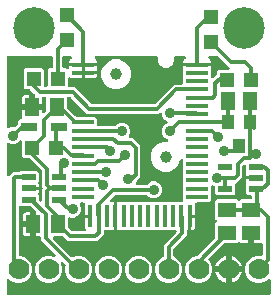
<source format=gbr>
G04 EAGLE Gerber RS-274X export*
G75*
%MOMM*%
%FSLAX34Y34*%
%LPD*%
%INTop Copper*%
%IPPOS*%
%AMOC8*
5,1,8,0,0,1.08239X$1,22.5*%
G01*
%ADD10R,1.850000X0.450000*%
%ADD11R,0.450000X1.850000*%
%ADD12R,1.200000X1.200000*%
%ADD13R,1.200000X1.300000*%
%ADD14R,1.200000X1.500000*%
%ADD15C,1.000000*%
%ADD16R,1.200000X0.550000*%
%ADD17R,1.500000X1.300000*%
%ADD18C,3.516000*%
%ADD19R,1.000000X1.270000*%
%ADD20R,1.300000X1.500000*%
%ADD21R,1.350000X0.800000*%
%ADD22C,1.778000*%
%ADD23C,0.304800*%
%ADD24C,0.906400*%

G36*
X224908Y2556D02*
X224908Y2556D01*
X225027Y2563D01*
X225065Y2576D01*
X225106Y2581D01*
X225216Y2624D01*
X225329Y2661D01*
X225364Y2683D01*
X225401Y2698D01*
X225497Y2767D01*
X225598Y2831D01*
X225626Y2861D01*
X225659Y2884D01*
X225735Y2976D01*
X225816Y3063D01*
X225836Y3098D01*
X225861Y3129D01*
X225912Y3237D01*
X225970Y3341D01*
X225980Y3381D01*
X225997Y3417D01*
X226019Y3534D01*
X226049Y3649D01*
X226053Y3709D01*
X226057Y3729D01*
X226055Y3750D01*
X226059Y3810D01*
X226059Y15060D01*
X226042Y15197D01*
X226029Y15336D01*
X226022Y15355D01*
X226019Y15375D01*
X225968Y15504D01*
X225921Y15635D01*
X225910Y15652D01*
X225902Y15671D01*
X225821Y15783D01*
X225743Y15898D01*
X225727Y15912D01*
X225716Y15928D01*
X225608Y16017D01*
X225504Y16109D01*
X225486Y16118D01*
X225471Y16131D01*
X225345Y16190D01*
X225221Y16253D01*
X225201Y16258D01*
X225183Y16266D01*
X225046Y16293D01*
X224911Y16323D01*
X224890Y16322D01*
X224871Y16326D01*
X224732Y16318D01*
X224593Y16313D01*
X224573Y16308D01*
X224553Y16306D01*
X224421Y16264D01*
X224287Y16225D01*
X224270Y16215D01*
X224251Y16208D01*
X224133Y16134D01*
X224013Y16063D01*
X223992Y16045D01*
X223982Y16038D01*
X223968Y16023D01*
X223893Y15957D01*
X222375Y14439D01*
X218174Y12699D01*
X213626Y12699D01*
X209425Y14439D01*
X206209Y17655D01*
X204469Y21856D01*
X204469Y26404D01*
X206209Y30605D01*
X209425Y33821D01*
X213626Y35561D01*
X218186Y35561D01*
X218304Y35576D01*
X218423Y35583D01*
X218461Y35596D01*
X218502Y35601D01*
X218612Y35644D01*
X218725Y35681D01*
X218760Y35703D01*
X218797Y35718D01*
X218893Y35787D01*
X218994Y35851D01*
X219022Y35881D01*
X219055Y35904D01*
X219131Y35996D01*
X219212Y36083D01*
X219232Y36118D01*
X219257Y36149D01*
X219308Y36257D01*
X219366Y36361D01*
X219376Y36401D01*
X219393Y36437D01*
X219415Y36554D01*
X219445Y36669D01*
X219449Y36729D01*
X219453Y36749D01*
X219451Y36770D01*
X219455Y36830D01*
X219455Y45130D01*
X219439Y45255D01*
X219430Y45380D01*
X219420Y45412D01*
X219415Y45446D01*
X219369Y45563D01*
X219329Y45682D01*
X219311Y45710D01*
X219298Y45741D01*
X219225Y45843D01*
X219156Y45949D01*
X219131Y45971D01*
X219112Y45999D01*
X219015Y46079D01*
X218922Y46164D01*
X218893Y46180D01*
X218867Y46201D01*
X218753Y46255D01*
X218642Y46315D01*
X218609Y46323D01*
X218579Y46337D01*
X218456Y46361D01*
X218333Y46391D01*
X218300Y46390D01*
X218267Y46397D01*
X218141Y46389D01*
X218015Y46388D01*
X217967Y46378D01*
X217949Y46377D01*
X217929Y46370D01*
X217857Y46356D01*
X217385Y46229D01*
X212089Y46229D01*
X212089Y54000D01*
X212074Y54118D01*
X212067Y54237D01*
X212054Y54275D01*
X212049Y54315D01*
X212005Y54426D01*
X211969Y54539D01*
X211947Y54574D01*
X211932Y54611D01*
X211862Y54707D01*
X211799Y54808D01*
X211769Y54836D01*
X211745Y54868D01*
X211654Y54944D01*
X211567Y55026D01*
X211532Y55045D01*
X211500Y55071D01*
X211393Y55122D01*
X211289Y55179D01*
X211249Y55190D01*
X211213Y55207D01*
X211096Y55229D01*
X210981Y55259D01*
X210920Y55263D01*
X210900Y55267D01*
X210880Y55265D01*
X210820Y55269D01*
X208280Y55269D01*
X208162Y55254D01*
X208043Y55247D01*
X208005Y55234D01*
X207965Y55229D01*
X207854Y55185D01*
X207741Y55149D01*
X207706Y55127D01*
X207669Y55112D01*
X207573Y55042D01*
X207472Y54979D01*
X207444Y54949D01*
X207411Y54925D01*
X207336Y54834D01*
X207254Y54747D01*
X207234Y54712D01*
X207209Y54680D01*
X207158Y54573D01*
X207100Y54469D01*
X207090Y54429D01*
X207073Y54393D01*
X207051Y54276D01*
X207021Y54161D01*
X207017Y54100D01*
X207013Y54080D01*
X207015Y54060D01*
X207011Y54000D01*
X207011Y46229D01*
X201716Y46229D01*
X201069Y46402D01*
X200490Y46737D01*
X200288Y46939D01*
X200193Y47012D01*
X200104Y47091D01*
X200068Y47109D01*
X200036Y47134D01*
X199927Y47182D01*
X199821Y47236D01*
X199782Y47245D01*
X199744Y47261D01*
X199627Y47279D01*
X199511Y47305D01*
X199470Y47304D01*
X199430Y47310D01*
X199312Y47299D01*
X199193Y47296D01*
X199154Y47284D01*
X199114Y47281D01*
X199002Y47240D01*
X198887Y47207D01*
X198852Y47187D01*
X198814Y47173D01*
X198716Y47106D01*
X198613Y47046D01*
X198568Y47006D01*
X198551Y46995D01*
X198538Y46979D01*
X198493Y46939D01*
X197782Y46229D01*
X187123Y46229D01*
X187025Y46217D01*
X186926Y46214D01*
X186868Y46197D01*
X186808Y46189D01*
X186716Y46153D01*
X186621Y46125D01*
X186568Y46095D01*
X186512Y46072D01*
X186432Y46014D01*
X186347Y45964D01*
X186271Y45898D01*
X186255Y45886D01*
X186247Y45876D01*
X186226Y45858D01*
X173779Y33411D01*
X173706Y33317D01*
X173628Y33228D01*
X173609Y33192D01*
X173584Y33160D01*
X173537Y33050D01*
X173483Y32944D01*
X173474Y32905D01*
X173458Y32868D01*
X173439Y32750D01*
X173413Y32634D01*
X173415Y32594D01*
X173408Y32554D01*
X173419Y32435D01*
X173423Y32316D01*
X173434Y32277D01*
X173438Y32237D01*
X173478Y32125D01*
X173511Y32011D01*
X173532Y31976D01*
X173546Y31938D01*
X173613Y31839D01*
X173673Y31737D01*
X173713Y31692D01*
X173724Y31675D01*
X173740Y31661D01*
X173779Y31616D01*
X174791Y30605D01*
X176531Y26404D01*
X176531Y21856D01*
X174791Y17655D01*
X171575Y14439D01*
X167374Y12699D01*
X162826Y12699D01*
X158625Y14439D01*
X155409Y17655D01*
X153669Y21856D01*
X153669Y26404D01*
X155409Y30605D01*
X158625Y33821D01*
X162826Y35561D01*
X163907Y35561D01*
X164005Y35573D01*
X164104Y35576D01*
X164162Y35593D01*
X164222Y35601D01*
X164314Y35637D01*
X164409Y35665D01*
X164461Y35695D01*
X164518Y35718D01*
X164598Y35776D01*
X164683Y35826D01*
X164759Y35892D01*
X164775Y35904D01*
X164783Y35914D01*
X164804Y35932D01*
X178818Y49946D01*
X178878Y50024D01*
X178946Y50096D01*
X178975Y50149D01*
X179012Y50197D01*
X179052Y50288D01*
X179100Y50375D01*
X179115Y50433D01*
X179139Y50489D01*
X179154Y50587D01*
X179179Y50683D01*
X179185Y50783D01*
X179189Y50803D01*
X179187Y50815D01*
X179189Y50843D01*
X179189Y62822D01*
X180239Y63873D01*
X180312Y63967D01*
X180391Y64056D01*
X180409Y64092D01*
X180434Y64124D01*
X180482Y64233D01*
X180536Y64339D01*
X180545Y64378D01*
X180561Y64416D01*
X180579Y64533D01*
X180605Y64649D01*
X180604Y64690D01*
X180610Y64730D01*
X180599Y64848D01*
X180596Y64967D01*
X180584Y65006D01*
X180581Y65046D01*
X180540Y65158D01*
X180507Y65273D01*
X180487Y65308D01*
X180473Y65346D01*
X180406Y65444D01*
X180346Y65547D01*
X180306Y65592D01*
X180294Y65609D01*
X180279Y65622D01*
X180239Y65668D01*
X179189Y66718D01*
X179189Y81822D01*
X180678Y83311D01*
X197782Y83311D01*
X198493Y82601D01*
X198587Y82528D01*
X198676Y82449D01*
X198712Y82431D01*
X198744Y82406D01*
X198853Y82358D01*
X198959Y82304D01*
X198998Y82295D01*
X199036Y82279D01*
X199153Y82261D01*
X199269Y82235D01*
X199310Y82236D01*
X199350Y82230D01*
X199468Y82241D01*
X199587Y82244D01*
X199626Y82256D01*
X199666Y82259D01*
X199778Y82300D01*
X199893Y82333D01*
X199928Y82353D01*
X199966Y82367D01*
X200064Y82434D01*
X200167Y82494D01*
X200212Y82534D01*
X200229Y82546D01*
X200242Y82561D01*
X200288Y82601D01*
X200998Y83311D01*
X209296Y83311D01*
X209414Y83326D01*
X209533Y83333D01*
X209571Y83346D01*
X209612Y83351D01*
X209722Y83394D01*
X209835Y83431D01*
X209870Y83453D01*
X209907Y83468D01*
X210003Y83537D01*
X210104Y83601D01*
X210132Y83631D01*
X210165Y83654D01*
X210241Y83746D01*
X210322Y83833D01*
X210342Y83868D01*
X210367Y83899D01*
X210418Y84007D01*
X210476Y84111D01*
X210486Y84151D01*
X210503Y84187D01*
X210525Y84304D01*
X210555Y84419D01*
X210559Y84479D01*
X210563Y84499D01*
X210561Y84520D01*
X210565Y84580D01*
X210565Y85540D01*
X210550Y85658D01*
X210543Y85777D01*
X210530Y85815D01*
X210525Y85856D01*
X210482Y85966D01*
X210445Y86079D01*
X210423Y86114D01*
X210408Y86151D01*
X210339Y86247D01*
X210275Y86348D01*
X210245Y86376D01*
X210222Y86409D01*
X210130Y86485D01*
X210043Y86566D01*
X210008Y86586D01*
X209977Y86611D01*
X209869Y86662D01*
X209765Y86720D01*
X209725Y86730D01*
X209689Y86747D01*
X209572Y86769D01*
X209457Y86799D01*
X209397Y86803D01*
X209377Y86807D01*
X209356Y86805D01*
X209296Y86809D01*
X206609Y86809D01*
X205120Y88298D01*
X205120Y95902D01*
X205261Y96043D01*
X205330Y96132D01*
X205405Y96216D01*
X205427Y96257D01*
X205456Y96295D01*
X205501Y96398D01*
X205553Y96497D01*
X205564Y96543D01*
X205583Y96587D01*
X205600Y96698D01*
X205626Y96807D01*
X205625Y96854D01*
X205632Y96901D01*
X205622Y97013D01*
X205620Y97125D01*
X205607Y97170D01*
X205603Y97217D01*
X205565Y97323D01*
X205535Y97431D01*
X205502Y97496D01*
X205495Y97517D01*
X205485Y97532D01*
X205463Y97576D01*
X205293Y97869D01*
X205120Y98516D01*
X205120Y100226D01*
X213556Y100226D01*
X213674Y100241D01*
X213793Y100248D01*
X213831Y100260D01*
X213871Y100266D01*
X213982Y100309D01*
X214095Y100346D01*
X214129Y100368D01*
X214167Y100383D01*
X214263Y100452D01*
X214364Y100516D01*
X214392Y100546D01*
X214424Y100569D01*
X214500Y100661D01*
X214582Y100748D01*
X214601Y100783D01*
X214627Y100814D01*
X214678Y100922D01*
X214735Y101026D01*
X214745Y101066D01*
X214763Y101102D01*
X214785Y101219D01*
X214815Y101334D01*
X214819Y101394D01*
X214822Y101414D01*
X214821Y101435D01*
X214825Y101495D01*
X214825Y101705D01*
X214810Y101823D01*
X214803Y101942D01*
X214790Y101980D01*
X214785Y102021D01*
X214741Y102131D01*
X214705Y102244D01*
X214683Y102279D01*
X214668Y102316D01*
X214598Y102412D01*
X214535Y102513D01*
X214505Y102541D01*
X214481Y102574D01*
X214390Y102650D01*
X214303Y102731D01*
X214268Y102751D01*
X214236Y102776D01*
X214129Y102827D01*
X214024Y102885D01*
X213985Y102895D01*
X213949Y102912D01*
X213832Y102934D01*
X213716Y102964D01*
X213656Y102968D01*
X213636Y102972D01*
X213616Y102970D01*
X213556Y102974D01*
X205120Y102974D01*
X205120Y104684D01*
X205293Y105331D01*
X205463Y105624D01*
X205507Y105728D01*
X205558Y105828D01*
X205568Y105874D01*
X205586Y105918D01*
X205603Y106029D01*
X205627Y106138D01*
X205626Y106185D01*
X205633Y106232D01*
X205621Y106344D01*
X205618Y106456D01*
X205605Y106502D01*
X205600Y106548D01*
X205560Y106654D01*
X205529Y106762D01*
X205505Y106802D01*
X205489Y106847D01*
X205425Y106939D01*
X205368Y107036D01*
X205320Y107090D01*
X205308Y107108D01*
X205294Y107120D01*
X205261Y107157D01*
X205120Y107298D01*
X205120Y111218D01*
X205103Y111356D01*
X205090Y111494D01*
X205083Y111513D01*
X205080Y111533D01*
X205029Y111662D01*
X204982Y111793D01*
X204971Y111810D01*
X204963Y111829D01*
X204882Y111941D01*
X204804Y112056D01*
X204788Y112070D01*
X204777Y112086D01*
X204670Y112175D01*
X204565Y112267D01*
X204547Y112276D01*
X204532Y112289D01*
X204406Y112348D01*
X204282Y112412D01*
X204262Y112416D01*
X204244Y112425D01*
X204108Y112451D01*
X203972Y112481D01*
X203951Y112481D01*
X203932Y112484D01*
X203793Y112476D01*
X203654Y112471D01*
X203634Y112466D01*
X203614Y112465D01*
X203482Y112422D01*
X203348Y112383D01*
X203331Y112373D01*
X203312Y112367D01*
X203194Y112292D01*
X203074Y112222D01*
X203053Y112203D01*
X203043Y112196D01*
X203029Y112181D01*
X202953Y112115D01*
X202556Y111718D01*
X202496Y111640D01*
X202428Y111568D01*
X202399Y111515D01*
X202362Y111467D01*
X202322Y111376D01*
X202274Y111289D01*
X202259Y111231D01*
X202235Y111175D01*
X202220Y111077D01*
X202195Y110981D01*
X202189Y110881D01*
X202185Y110861D01*
X202187Y110849D01*
X202185Y110821D01*
X202185Y102147D01*
X197573Y97535D01*
X197469Y97535D01*
X197351Y97520D01*
X197232Y97513D01*
X197194Y97500D01*
X197153Y97495D01*
X197043Y97452D01*
X196930Y97415D01*
X196895Y97393D01*
X196858Y97378D01*
X196762Y97309D01*
X196661Y97245D01*
X196633Y97215D01*
X196600Y97192D01*
X196524Y97100D01*
X196443Y97013D01*
X196423Y96978D01*
X196398Y96947D01*
X196347Y96839D01*
X196289Y96735D01*
X196279Y96695D01*
X196262Y96659D01*
X196240Y96542D01*
X196210Y96427D01*
X196206Y96367D01*
X196202Y96347D01*
X196204Y96326D01*
X196200Y96266D01*
X196200Y88298D01*
X194711Y86809D01*
X180607Y86809D01*
X179118Y88298D01*
X179118Y93541D01*
X179115Y93570D01*
X179117Y93599D01*
X179095Y93727D01*
X179078Y93856D01*
X179068Y93884D01*
X179063Y93913D01*
X179009Y94031D01*
X178961Y94152D01*
X178944Y94176D01*
X178932Y94203D01*
X178851Y94304D01*
X178775Y94409D01*
X178752Y94428D01*
X178733Y94451D01*
X178630Y94529D01*
X178530Y94612D01*
X178503Y94625D01*
X178479Y94642D01*
X178335Y94713D01*
X177366Y95115D01*
X177318Y95128D01*
X177273Y95149D01*
X177165Y95169D01*
X177059Y95199D01*
X177009Y95199D01*
X176960Y95209D01*
X176851Y95202D01*
X176741Y95204D01*
X176693Y95192D01*
X176643Y95189D01*
X176539Y95155D01*
X176432Y95129D01*
X176388Y95106D01*
X176341Y95091D01*
X176248Y95032D01*
X176151Y94981D01*
X176114Y94947D01*
X176072Y94921D01*
X175997Y94841D01*
X175915Y94767D01*
X175888Y94725D01*
X175854Y94689D01*
X175809Y94608D01*
X175809Y94607D01*
X175807Y94604D01*
X175801Y94593D01*
X175741Y94501D01*
X175724Y94454D01*
X175700Y94411D01*
X175682Y94338D01*
X175673Y94320D01*
X175667Y94286D01*
X175637Y94200D01*
X175633Y94151D01*
X175621Y94103D01*
X175616Y94020D01*
X175613Y94007D01*
X175614Y93995D01*
X175611Y93942D01*
X175611Y82178D01*
X174122Y80689D01*
X163512Y80689D01*
X163388Y80673D01*
X163262Y80664D01*
X163230Y80654D01*
X163197Y80649D01*
X163080Y80603D01*
X162961Y80563D01*
X162933Y80545D01*
X162901Y80532D01*
X162800Y80459D01*
X162694Y80390D01*
X162671Y80365D01*
X162644Y80346D01*
X162564Y80249D01*
X162479Y80156D01*
X162463Y80127D01*
X162441Y80101D01*
X162388Y79987D01*
X162328Y79876D01*
X162320Y79843D01*
X162306Y79813D01*
X162282Y79690D01*
X162252Y79567D01*
X162252Y79534D01*
X162246Y79501D01*
X162254Y79375D01*
X162255Y79249D01*
X162264Y79201D01*
X162266Y79183D01*
X162272Y79163D01*
X162287Y79091D01*
X162361Y78815D01*
X162361Y70499D01*
X157570Y70499D01*
X157452Y70484D01*
X157333Y70477D01*
X157295Y70465D01*
X157255Y70460D01*
X157144Y70416D01*
X157031Y70379D01*
X156997Y70357D01*
X156959Y70343D01*
X156863Y70273D01*
X156762Y70209D01*
X156762Y70208D01*
X156734Y70179D01*
X156702Y70156D01*
X156702Y70155D01*
X156701Y70155D01*
X156625Y70063D01*
X156544Y69977D01*
X156524Y69941D01*
X156498Y69910D01*
X156448Y69803D01*
X156390Y69698D01*
X156380Y69659D01*
X156363Y69623D01*
X156341Y69506D01*
X156311Y69390D01*
X156307Y69330D01*
X156303Y69310D01*
X156304Y69290D01*
X156301Y69230D01*
X156301Y57422D01*
X156227Y57417D01*
X156189Y57404D01*
X156148Y57399D01*
X156038Y57356D01*
X155925Y57319D01*
X155890Y57297D01*
X155853Y57282D01*
X155757Y57213D01*
X155656Y57149D01*
X155628Y57119D01*
X155595Y57096D01*
X155519Y57004D01*
X155438Y56917D01*
X155418Y56882D01*
X155393Y56851D01*
X155342Y56743D01*
X155284Y56639D01*
X155274Y56599D01*
X155257Y56563D01*
X155235Y56446D01*
X155205Y56331D01*
X155201Y56271D01*
X155197Y56251D01*
X155199Y56230D01*
X155195Y56170D01*
X155195Y52926D01*
X144136Y41868D01*
X144076Y41790D01*
X144008Y41718D01*
X143979Y41665D01*
X143942Y41617D01*
X143902Y41526D01*
X143854Y41439D01*
X143839Y41381D01*
X143815Y41325D01*
X143800Y41227D01*
X143775Y41131D01*
X143769Y41031D01*
X143765Y41011D01*
X143767Y40999D01*
X143765Y40971D01*
X143765Y35667D01*
X143768Y35638D01*
X143766Y35608D01*
X143788Y35480D01*
X143805Y35351D01*
X143815Y35324D01*
X143820Y35295D01*
X143874Y35176D01*
X143922Y35056D01*
X143939Y35032D01*
X143951Y35005D01*
X144032Y34904D01*
X144108Y34798D01*
X144131Y34780D01*
X144150Y34757D01*
X144253Y34679D01*
X144353Y34596D01*
X144380Y34583D01*
X144404Y34565D01*
X144548Y34494D01*
X146175Y33821D01*
X149391Y30605D01*
X151131Y26404D01*
X151131Y21856D01*
X149391Y17655D01*
X146175Y14439D01*
X141974Y12699D01*
X137426Y12699D01*
X133225Y14439D01*
X130009Y17655D01*
X128269Y21856D01*
X128269Y26404D01*
X130009Y30605D01*
X133225Y33821D01*
X134852Y34494D01*
X134877Y34509D01*
X134905Y34518D01*
X135015Y34588D01*
X135128Y34652D01*
X135149Y34672D01*
X135174Y34688D01*
X135263Y34783D01*
X135356Y34873D01*
X135372Y34898D01*
X135392Y34920D01*
X135455Y35033D01*
X135523Y35144D01*
X135531Y35172D01*
X135546Y35198D01*
X135578Y35324D01*
X135616Y35448D01*
X135618Y35478D01*
X135625Y35506D01*
X135635Y35667D01*
X135635Y44864D01*
X146044Y55273D01*
X146129Y55382D01*
X146218Y55489D01*
X146227Y55508D01*
X146239Y55524D01*
X146295Y55652D01*
X146354Y55777D01*
X146357Y55797D01*
X146365Y55816D01*
X146387Y55954D01*
X146413Y56090D01*
X146412Y56110D01*
X146415Y56130D01*
X146402Y56269D01*
X146394Y56407D01*
X146387Y56426D01*
X146385Y56446D01*
X146338Y56578D01*
X146296Y56709D01*
X146285Y56727D01*
X146278Y56746D01*
X146200Y56861D01*
X146125Y56978D01*
X146111Y56992D01*
X146099Y57009D01*
X145995Y57101D01*
X145894Y57196D01*
X145876Y57206D01*
X145861Y57219D01*
X145737Y57283D01*
X145615Y57350D01*
X145596Y57355D01*
X145578Y57364D01*
X145442Y57394D01*
X145307Y57429D01*
X145279Y57431D01*
X145267Y57434D01*
X145247Y57433D01*
X145147Y57439D01*
X98117Y57439D01*
X98109Y57443D01*
X98057Y57456D01*
X98007Y57478D01*
X97903Y57494D01*
X97800Y57520D01*
X97746Y57519D01*
X97693Y57527D01*
X97588Y57518D01*
X97482Y57517D01*
X97398Y57500D01*
X97377Y57498D01*
X97362Y57492D01*
X97324Y57485D01*
X97154Y57439D01*
X95839Y57439D01*
X95839Y69230D01*
X95839Y81021D01*
X97154Y81021D01*
X97324Y80975D01*
X97429Y80961D01*
X97532Y80938D01*
X97586Y80939D01*
X97640Y80932D01*
X97745Y80944D01*
X97850Y80947D01*
X97902Y80962D01*
X97955Y80968D01*
X98054Y81006D01*
X98104Y81021D01*
X150760Y81021D01*
X150878Y81036D01*
X150997Y81043D01*
X151035Y81056D01*
X151076Y81061D01*
X151186Y81104D01*
X151299Y81141D01*
X151334Y81163D01*
X151371Y81178D01*
X151467Y81247D01*
X151568Y81311D01*
X151596Y81341D01*
X151629Y81364D01*
X151705Y81456D01*
X151786Y81543D01*
X151806Y81578D01*
X151831Y81609D01*
X151882Y81717D01*
X151940Y81821D01*
X151950Y81861D01*
X151967Y81897D01*
X151989Y82014D01*
X152019Y82129D01*
X152023Y82189D01*
X152027Y82209D01*
X152025Y82230D01*
X152029Y82290D01*
X152029Y116126D01*
X152021Y116195D01*
X152022Y116265D01*
X152001Y116353D01*
X151989Y116442D01*
X151964Y116507D01*
X151947Y116574D01*
X151905Y116654D01*
X151872Y116737D01*
X151831Y116794D01*
X151799Y116856D01*
X151738Y116922D01*
X151686Y116995D01*
X151632Y117039D01*
X151585Y117091D01*
X151510Y117140D01*
X151441Y117198D01*
X151377Y117227D01*
X151319Y117266D01*
X151234Y117295D01*
X151153Y117333D01*
X151084Y117346D01*
X151018Y117369D01*
X150929Y117376D01*
X150841Y117393D01*
X150771Y117389D01*
X150701Y117394D01*
X150613Y117379D01*
X150523Y117373D01*
X150457Y117352D01*
X150388Y117340D01*
X150306Y117303D01*
X150221Y117275D01*
X150162Y117238D01*
X150098Y117209D01*
X150028Y117153D01*
X149952Y117105D01*
X149904Y117054D01*
X149850Y117011D01*
X149795Y116939D01*
X149734Y116873D01*
X149700Y116812D01*
X149658Y116756D01*
X149587Y116612D01*
X147792Y112276D01*
X144264Y108748D01*
X139655Y106839D01*
X134665Y106839D01*
X130056Y108748D01*
X126528Y112276D01*
X124619Y116885D01*
X124619Y121875D01*
X126528Y126484D01*
X130056Y130012D01*
X134665Y131921D01*
X137954Y131921D01*
X138023Y131929D01*
X138093Y131928D01*
X138180Y131949D01*
X138270Y131961D01*
X138335Y131986D01*
X138402Y132003D01*
X138482Y132045D01*
X138565Y132078D01*
X138622Y132119D01*
X138683Y132151D01*
X138750Y132212D01*
X138823Y132264D01*
X138867Y132318D01*
X138919Y132365D01*
X138968Y132440D01*
X139025Y132509D01*
X139055Y132573D01*
X139094Y132631D01*
X139123Y132716D01*
X139161Y132797D01*
X139174Y132866D01*
X139197Y132932D01*
X139204Y133021D01*
X139221Y133109D01*
X139216Y133179D01*
X139222Y133249D01*
X139207Y133337D01*
X139201Y133427D01*
X139179Y133493D01*
X139168Y133562D01*
X139131Y133644D01*
X139103Y133729D01*
X139066Y133788D01*
X139037Y133852D01*
X138981Y133922D01*
X138933Y133998D01*
X138882Y134046D01*
X138838Y134100D01*
X138767Y134155D01*
X138701Y134216D01*
X138640Y134250D01*
X138584Y134292D01*
X138440Y134363D01*
X136964Y134974D01*
X134974Y136964D01*
X133897Y139563D01*
X133897Y142377D01*
X134974Y144976D01*
X136964Y146966D01*
X138053Y147417D01*
X138174Y147486D01*
X138297Y147551D01*
X138312Y147565D01*
X138330Y147575D01*
X138430Y147672D01*
X138532Y147765D01*
X138544Y147782D01*
X138558Y147796D01*
X138631Y147915D01*
X138707Y148031D01*
X138714Y148050D01*
X138724Y148067D01*
X138765Y148200D01*
X138810Y148332D01*
X138812Y148352D01*
X138818Y148371D01*
X138825Y148510D01*
X138836Y148649D01*
X138832Y148669D01*
X138833Y148689D01*
X138805Y148825D01*
X138781Y148962D01*
X138773Y148981D01*
X138769Y149000D01*
X138708Y149125D01*
X138651Y149252D01*
X138638Y149268D01*
X138629Y149286D01*
X138539Y149392D01*
X138452Y149500D01*
X138436Y149513D01*
X138423Y149528D01*
X138309Y149608D01*
X138198Y149692D01*
X138173Y149704D01*
X138163Y149711D01*
X138144Y149718D01*
X138053Y149763D01*
X136964Y150214D01*
X134974Y152204D01*
X133897Y154803D01*
X133897Y155565D01*
X133880Y155703D01*
X133867Y155841D01*
X133860Y155860D01*
X133857Y155880D01*
X133806Y156009D01*
X133759Y156140D01*
X133748Y156157D01*
X133740Y156176D01*
X133659Y156288D01*
X133581Y156403D01*
X133565Y156417D01*
X133554Y156433D01*
X133446Y156522D01*
X133342Y156614D01*
X133324Y156623D01*
X133309Y156636D01*
X133183Y156695D01*
X133059Y156758D01*
X133039Y156763D01*
X133021Y156772D01*
X132884Y156798D01*
X132749Y156828D01*
X132728Y156828D01*
X132709Y156831D01*
X132570Y156823D01*
X132431Y156818D01*
X132411Y156813D01*
X132391Y156812D01*
X132259Y156769D01*
X132125Y156730D01*
X132108Y156720D01*
X132089Y156714D01*
X131971Y156639D01*
X131851Y156569D01*
X131830Y156550D01*
X131820Y156543D01*
X131806Y156528D01*
X131731Y156462D01*
X131224Y155955D01*
X70706Y155955D01*
X57108Y169554D01*
X57030Y169614D01*
X56958Y169682D01*
X56905Y169711D01*
X56857Y169748D01*
X56766Y169788D01*
X56679Y169836D01*
X56621Y169851D01*
X56565Y169875D01*
X56467Y169890D01*
X56371Y169915D01*
X56271Y169921D01*
X56251Y169925D01*
X56239Y169923D01*
X56211Y169925D01*
X54600Y169925D01*
X54482Y169910D01*
X54363Y169903D01*
X54325Y169890D01*
X54284Y169885D01*
X54174Y169842D01*
X54061Y169805D01*
X54026Y169783D01*
X53989Y169768D01*
X53893Y169699D01*
X53792Y169635D01*
X53764Y169605D01*
X53731Y169582D01*
X53655Y169490D01*
X53574Y169403D01*
X53554Y169368D01*
X53529Y169337D01*
X53478Y169229D01*
X53420Y169125D01*
X53410Y169085D01*
X53393Y169049D01*
X53371Y168932D01*
X53341Y168817D01*
X53337Y168757D01*
X53333Y168737D01*
X53335Y168716D01*
X53331Y168656D01*
X53331Y161563D01*
X53343Y161465D01*
X53346Y161366D01*
X53363Y161308D01*
X53371Y161248D01*
X53407Y161156D01*
X53435Y161061D01*
X53465Y161008D01*
X53488Y160952D01*
X53546Y160872D01*
X53596Y160787D01*
X53662Y160711D01*
X53674Y160695D01*
X53684Y160687D01*
X53702Y160666D01*
X60726Y153642D01*
X60804Y153582D01*
X60876Y153514D01*
X60929Y153485D01*
X60977Y153448D01*
X61068Y153408D01*
X61155Y153360D01*
X61213Y153345D01*
X61269Y153321D01*
X61367Y153306D01*
X61463Y153281D01*
X61563Y153275D01*
X61583Y153271D01*
X61595Y153273D01*
X61623Y153271D01*
X77622Y153271D01*
X79111Y151782D01*
X79111Y146814D01*
X79126Y146696D01*
X79133Y146577D01*
X79146Y146539D01*
X79151Y146498D01*
X79194Y146388D01*
X79231Y146275D01*
X79253Y146240D01*
X79268Y146203D01*
X79337Y146107D01*
X79401Y146006D01*
X79431Y145978D01*
X79454Y145945D01*
X79546Y145869D01*
X79633Y145788D01*
X79668Y145768D01*
X79699Y145743D01*
X79807Y145692D01*
X79911Y145634D01*
X79951Y145624D01*
X79987Y145607D01*
X80104Y145585D01*
X80219Y145555D01*
X80279Y145551D01*
X80299Y145547D01*
X80320Y145549D01*
X80380Y145545D01*
X94377Y145545D01*
X94475Y145557D01*
X94574Y145560D01*
X94632Y145577D01*
X94692Y145585D01*
X94784Y145621D01*
X94879Y145649D01*
X94932Y145679D01*
X94988Y145702D01*
X95068Y145760D01*
X95153Y145810D01*
X95229Y145876D01*
X95245Y145888D01*
X95253Y145898D01*
X95274Y145916D01*
X96324Y146966D01*
X98923Y148043D01*
X101737Y148043D01*
X104336Y146966D01*
X106326Y144976D01*
X107403Y142377D01*
X107403Y139563D01*
X106307Y136917D01*
X106230Y136825D01*
X106221Y136806D01*
X106209Y136790D01*
X106153Y136662D01*
X106094Y136537D01*
X106091Y136517D01*
X106083Y136499D01*
X106061Y136361D01*
X106035Y136224D01*
X106036Y136204D01*
X106033Y136184D01*
X106046Y136046D01*
X106054Y135907D01*
X106061Y135888D01*
X106062Y135868D01*
X106110Y135737D01*
X106152Y135605D01*
X106163Y135588D01*
X106170Y135569D01*
X106248Y135453D01*
X106323Y135336D01*
X106337Y135322D01*
X106349Y135305D01*
X106453Y135213D01*
X106554Y135118D01*
X106572Y135108D01*
X106587Y135095D01*
X106711Y135032D01*
X106833Y134964D01*
X106852Y134959D01*
X106870Y134950D01*
X107006Y134920D01*
X107141Y134885D01*
X107169Y134883D01*
X107180Y134881D01*
X107201Y134881D01*
X107301Y134875D01*
X109634Y134875D01*
X115825Y128684D01*
X115825Y102456D01*
X112796Y99428D01*
X112791Y99421D01*
X112783Y99415D01*
X112694Y99296D01*
X112601Y99177D01*
X112598Y99168D01*
X112592Y99161D01*
X112521Y99016D01*
X111794Y97260D01*
X111781Y97212D01*
X111759Y97167D01*
X111739Y97059D01*
X111710Y96953D01*
X111709Y96903D01*
X111700Y96854D01*
X111706Y96745D01*
X111705Y96635D01*
X111716Y96587D01*
X111719Y96537D01*
X111753Y96433D01*
X111779Y96326D01*
X111802Y96282D01*
X111817Y96235D01*
X111876Y96142D01*
X111928Y96045D01*
X111961Y96008D01*
X111988Y95966D01*
X112068Y95891D01*
X112142Y95809D01*
X112183Y95782D01*
X112219Y95748D01*
X112315Y95695D01*
X112407Y95635D01*
X112454Y95618D01*
X112498Y95594D01*
X112604Y95567D01*
X112708Y95531D01*
X112758Y95527D01*
X112806Y95515D01*
X112966Y95505D01*
X120537Y95505D01*
X120635Y95517D01*
X120734Y95520D01*
X120792Y95537D01*
X120852Y95545D01*
X120944Y95581D01*
X121039Y95609D01*
X121092Y95639D01*
X121148Y95662D01*
X121228Y95720D01*
X121313Y95770D01*
X121389Y95836D01*
X121405Y95848D01*
X121413Y95858D01*
X121434Y95876D01*
X122994Y97436D01*
X125593Y98513D01*
X128407Y98513D01*
X131006Y97436D01*
X132996Y95446D01*
X134073Y92847D01*
X134073Y90033D01*
X132996Y87434D01*
X131006Y85444D01*
X128407Y84367D01*
X125593Y84367D01*
X122994Y85444D01*
X121434Y87004D01*
X121356Y87064D01*
X121284Y87132D01*
X121231Y87161D01*
X121183Y87198D01*
X121092Y87238D01*
X121005Y87286D01*
X120947Y87301D01*
X120891Y87325D01*
X120793Y87340D01*
X120697Y87365D01*
X120597Y87371D01*
X120577Y87375D01*
X120565Y87373D01*
X120537Y87375D01*
X94919Y87375D01*
X94821Y87363D01*
X94722Y87360D01*
X94664Y87343D01*
X94604Y87335D01*
X94512Y87299D01*
X94417Y87271D01*
X94365Y87241D01*
X94308Y87218D01*
X94228Y87160D01*
X94143Y87110D01*
X94067Y87044D01*
X94051Y87032D01*
X94043Y87022D01*
X94022Y87004D01*
X90206Y83187D01*
X90121Y83078D01*
X90032Y82971D01*
X90023Y82952D01*
X90011Y82936D01*
X89955Y82808D01*
X89896Y82683D01*
X89893Y82663D01*
X89885Y82644D01*
X89863Y82506D01*
X89837Y82370D01*
X89838Y82350D01*
X89835Y82330D01*
X89848Y82191D01*
X89856Y82053D01*
X89863Y82034D01*
X89865Y82014D01*
X89912Y81882D01*
X89954Y81751D01*
X89965Y81733D01*
X89972Y81714D01*
X90050Y81599D01*
X90125Y81482D01*
X90139Y81468D01*
X90151Y81451D01*
X90255Y81359D01*
X90356Y81264D01*
X90374Y81254D01*
X90389Y81241D01*
X90513Y81177D01*
X90635Y81110D01*
X90654Y81105D01*
X90672Y81096D01*
X90808Y81066D01*
X90943Y81031D01*
X90971Y81029D01*
X90983Y81026D01*
X91003Y81027D01*
X91013Y81027D01*
X91031Y81017D01*
X91083Y81004D01*
X91133Y80982D01*
X91237Y80966D01*
X91340Y80940D01*
X91394Y80941D01*
X91447Y80933D01*
X91552Y80942D01*
X91658Y80943D01*
X91742Y80960D01*
X91763Y80962D01*
X91778Y80968D01*
X91816Y80975D01*
X91986Y81021D01*
X93301Y81021D01*
X93301Y69230D01*
X93301Y57439D01*
X91986Y57439D01*
X91816Y57485D01*
X91711Y57499D01*
X91608Y57522D01*
X91554Y57521D01*
X91500Y57528D01*
X91395Y57516D01*
X91290Y57513D01*
X91238Y57498D01*
X91185Y57492D01*
X91086Y57454D01*
X91036Y57439D01*
X85904Y57439D01*
X85786Y57424D01*
X85667Y57417D01*
X85629Y57404D01*
X85588Y57399D01*
X85478Y57356D01*
X85365Y57319D01*
X85330Y57297D01*
X85293Y57282D01*
X85197Y57213D01*
X85096Y57149D01*
X85068Y57119D01*
X85035Y57096D01*
X84959Y57004D01*
X84878Y56917D01*
X84858Y56882D01*
X84833Y56851D01*
X84782Y56743D01*
X84724Y56639D01*
X84714Y56599D01*
X84697Y56563D01*
X84675Y56446D01*
X84645Y56331D01*
X84641Y56271D01*
X84637Y56251D01*
X84639Y56230D01*
X84635Y56170D01*
X84635Y53486D01*
X79154Y48005D01*
X54536Y48005D01*
X51783Y50758D01*
X50724Y51818D01*
X50646Y51878D01*
X50574Y51946D01*
X50521Y51975D01*
X50473Y52012D01*
X50382Y52052D01*
X50295Y52100D01*
X50237Y52115D01*
X50181Y52139D01*
X50083Y52154D01*
X49987Y52179D01*
X49887Y52185D01*
X49867Y52189D01*
X49855Y52187D01*
X49827Y52189D01*
X42983Y52189D01*
X42846Y52172D01*
X42707Y52159D01*
X42688Y52152D01*
X42668Y52149D01*
X42539Y52098D01*
X42408Y52051D01*
X42391Y52040D01*
X42372Y52032D01*
X42260Y51951D01*
X42145Y51873D01*
X42131Y51857D01*
X42115Y51846D01*
X42026Y51738D01*
X41934Y51634D01*
X41925Y51616D01*
X41912Y51601D01*
X41853Y51475D01*
X41790Y51351D01*
X41785Y51331D01*
X41776Y51313D01*
X41750Y51177D01*
X41720Y51041D01*
X41720Y51020D01*
X41717Y51001D01*
X41725Y50862D01*
X41730Y50723D01*
X41735Y50703D01*
X41736Y50683D01*
X41779Y50551D01*
X41818Y50417D01*
X41828Y50400D01*
X41834Y50381D01*
X41909Y50263D01*
X41979Y50143D01*
X41998Y50122D01*
X42005Y50112D01*
X42019Y50098D01*
X42086Y50023D01*
X57318Y34790D01*
X57342Y34772D01*
X57361Y34750D01*
X57467Y34675D01*
X57570Y34595D01*
X57597Y34583D01*
X57621Y34566D01*
X57742Y34520D01*
X57861Y34469D01*
X57891Y34464D01*
X57918Y34454D01*
X58047Y34439D01*
X58176Y34419D01*
X58205Y34422D01*
X58234Y34418D01*
X58363Y34437D01*
X58492Y34449D01*
X58520Y34459D01*
X58549Y34463D01*
X58702Y34515D01*
X61226Y35561D01*
X65774Y35561D01*
X69975Y33821D01*
X73191Y30605D01*
X74931Y26404D01*
X74931Y21856D01*
X73191Y17655D01*
X69975Y14439D01*
X65774Y12699D01*
X61226Y12699D01*
X57025Y14439D01*
X53809Y17655D01*
X52069Y21856D01*
X52069Y26404D01*
X52371Y27132D01*
X52379Y27161D01*
X52392Y27187D01*
X52421Y27314D01*
X52455Y27439D01*
X52456Y27469D01*
X52462Y27498D01*
X52458Y27627D01*
X52460Y27757D01*
X52453Y27786D01*
X52452Y27815D01*
X52416Y27940D01*
X52386Y28066D01*
X52372Y28093D01*
X52364Y28121D01*
X52298Y28233D01*
X52237Y28348D01*
X52217Y28369D01*
X52202Y28395D01*
X52096Y28516D01*
X50735Y29876D01*
X50680Y29919D01*
X50632Y29969D01*
X50555Y30016D01*
X50484Y30071D01*
X50420Y30099D01*
X50361Y30135D01*
X50275Y30162D01*
X50192Y30197D01*
X50123Y30208D01*
X50057Y30229D01*
X49967Y30233D01*
X49878Y30247D01*
X49809Y30241D01*
X49739Y30244D01*
X49651Y30226D01*
X49562Y30217D01*
X49496Y30194D01*
X49428Y30180D01*
X49347Y30140D01*
X49262Y30110D01*
X49204Y30071D01*
X49142Y30040D01*
X49074Y29982D01*
X48999Y29931D01*
X48953Y29879D01*
X48900Y29834D01*
X48848Y29760D01*
X48789Y29693D01*
X48757Y29631D01*
X48717Y29574D01*
X48685Y29490D01*
X48644Y29410D01*
X48629Y29342D01*
X48604Y29276D01*
X48594Y29187D01*
X48574Y29099D01*
X48577Y29030D01*
X48569Y28960D01*
X48581Y28871D01*
X48584Y28781D01*
X48604Y28714D01*
X48613Y28645D01*
X48665Y28493D01*
X49531Y26404D01*
X49531Y21856D01*
X47791Y17655D01*
X44575Y14439D01*
X40374Y12699D01*
X35826Y12699D01*
X31625Y14439D01*
X28409Y17655D01*
X26669Y21856D01*
X26669Y26404D01*
X28409Y30605D01*
X31625Y33821D01*
X35826Y35561D01*
X40374Y35561D01*
X42463Y34695D01*
X42530Y34677D01*
X42594Y34649D01*
X42683Y34635D01*
X42770Y34611D01*
X42839Y34610D01*
X42908Y34599D01*
X42998Y34608D01*
X43088Y34606D01*
X43155Y34623D01*
X43225Y34629D01*
X43310Y34660D01*
X43397Y34681D01*
X43459Y34713D01*
X43524Y34737D01*
X43599Y34787D01*
X43678Y34829D01*
X43730Y34876D01*
X43787Y34915D01*
X43847Y34983D01*
X43913Y35043D01*
X43952Y35101D01*
X43998Y35154D01*
X44039Y35234D01*
X44088Y35309D01*
X44111Y35375D01*
X44142Y35437D01*
X44162Y35525D01*
X44191Y35610D01*
X44197Y35679D01*
X44212Y35747D01*
X44209Y35837D01*
X44217Y35927D01*
X44205Y35995D01*
X44202Y36065D01*
X44177Y36152D01*
X44162Y36240D01*
X44133Y36304D01*
X44114Y36371D01*
X44068Y36448D01*
X44032Y36530D01*
X43988Y36584D01*
X43953Y36645D01*
X43846Y36765D01*
X31495Y49116D01*
X31495Y50920D01*
X31480Y51038D01*
X31473Y51157D01*
X31460Y51195D01*
X31455Y51236D01*
X31412Y51346D01*
X31375Y51459D01*
X31353Y51494D01*
X31338Y51531D01*
X31269Y51627D01*
X31205Y51728D01*
X31175Y51756D01*
X31152Y51789D01*
X31060Y51865D01*
X30973Y51946D01*
X30938Y51966D01*
X30907Y51991D01*
X30799Y52042D01*
X30695Y52100D01*
X30655Y52110D01*
X30619Y52127D01*
X30502Y52149D01*
X30387Y52179D01*
X30327Y52183D01*
X30307Y52187D01*
X30286Y52185D01*
X30226Y52189D01*
X27599Y52189D01*
X27599Y60960D01*
X27584Y61078D01*
X27577Y61197D01*
X27564Y61235D01*
X27559Y61275D01*
X27515Y61386D01*
X27479Y61499D01*
X27457Y61534D01*
X27442Y61571D01*
X27372Y61667D01*
X27309Y61768D01*
X27279Y61796D01*
X27255Y61828D01*
X27164Y61904D01*
X27077Y61986D01*
X27042Y62005D01*
X27010Y62031D01*
X26903Y62082D01*
X26799Y62139D01*
X26759Y62150D01*
X26723Y62167D01*
X26606Y62189D01*
X26491Y62219D01*
X26430Y62223D01*
X26410Y62227D01*
X26390Y62225D01*
X26330Y62229D01*
X25059Y62229D01*
X25059Y62231D01*
X26330Y62231D01*
X26448Y62246D01*
X26567Y62253D01*
X26605Y62266D01*
X26645Y62271D01*
X26756Y62315D01*
X26869Y62351D01*
X26904Y62373D01*
X26941Y62388D01*
X27037Y62458D01*
X27138Y62521D01*
X27166Y62551D01*
X27198Y62575D01*
X27274Y62666D01*
X27356Y62753D01*
X27375Y62788D01*
X27401Y62820D01*
X27452Y62927D01*
X27509Y63031D01*
X27520Y63071D01*
X27537Y63107D01*
X27559Y63224D01*
X27589Y63339D01*
X27593Y63400D01*
X27597Y63420D01*
X27595Y63440D01*
X27599Y63500D01*
X27599Y72807D01*
X27587Y72905D01*
X27584Y73004D01*
X27567Y73062D01*
X27559Y73122D01*
X27523Y73214D01*
X27495Y73309D01*
X27465Y73362D01*
X27442Y73418D01*
X27384Y73498D01*
X27334Y73583D01*
X27267Y73659D01*
X27255Y73675D01*
X27246Y73683D01*
X27227Y73704D01*
X23384Y77548D01*
X23306Y77608D01*
X23234Y77676D01*
X23181Y77705D01*
X23133Y77742D01*
X23042Y77782D01*
X22955Y77830D01*
X22897Y77845D01*
X22841Y77869D01*
X22743Y77884D01*
X22647Y77909D01*
X22547Y77915D01*
X22527Y77919D01*
X22515Y77917D01*
X22487Y77919D01*
X14224Y77919D01*
X14106Y77904D01*
X13987Y77897D01*
X13949Y77884D01*
X13908Y77879D01*
X13798Y77836D01*
X13685Y77799D01*
X13650Y77777D01*
X13613Y77762D01*
X13517Y77693D01*
X13416Y77629D01*
X13388Y77599D01*
X13355Y77576D01*
X13279Y77484D01*
X13198Y77397D01*
X13178Y77362D01*
X13153Y77331D01*
X13102Y77223D01*
X13044Y77119D01*
X13034Y77079D01*
X13017Y77043D01*
X12995Y76926D01*
X12965Y76811D01*
X12961Y76751D01*
X12957Y76731D01*
X12959Y76710D01*
X12955Y76650D01*
X12955Y36830D01*
X12970Y36712D01*
X12977Y36593D01*
X12990Y36555D01*
X12995Y36514D01*
X13038Y36404D01*
X13075Y36291D01*
X13097Y36256D01*
X13112Y36219D01*
X13181Y36123D01*
X13245Y36022D01*
X13275Y35994D01*
X13298Y35961D01*
X13390Y35885D01*
X13477Y35804D01*
X13512Y35784D01*
X13543Y35759D01*
X13651Y35708D01*
X13755Y35650D01*
X13795Y35640D01*
X13831Y35623D01*
X13948Y35601D01*
X14063Y35571D01*
X14123Y35567D01*
X14143Y35563D01*
X14164Y35565D01*
X14224Y35561D01*
X14974Y35561D01*
X19175Y33821D01*
X22391Y30605D01*
X24131Y26404D01*
X24131Y21856D01*
X22391Y17655D01*
X19175Y14439D01*
X14974Y12699D01*
X10426Y12699D01*
X6225Y14439D01*
X4707Y15957D01*
X4598Y16042D01*
X4491Y16131D01*
X4472Y16140D01*
X4456Y16152D01*
X4328Y16207D01*
X4203Y16266D01*
X4183Y16270D01*
X4164Y16278D01*
X4026Y16300D01*
X3890Y16326D01*
X3870Y16325D01*
X3850Y16328D01*
X3711Y16315D01*
X3573Y16306D01*
X3554Y16300D01*
X3534Y16298D01*
X3402Y16251D01*
X3271Y16208D01*
X3253Y16198D01*
X3234Y16191D01*
X3119Y16113D01*
X3002Y16038D01*
X2988Y16024D01*
X2971Y16012D01*
X2879Y15908D01*
X2784Y15807D01*
X2774Y15789D01*
X2761Y15774D01*
X2697Y15650D01*
X2630Y15528D01*
X2625Y15509D01*
X2616Y15491D01*
X2586Y15355D01*
X2551Y15220D01*
X2549Y15192D01*
X2546Y15180D01*
X2547Y15160D01*
X2541Y15060D01*
X2541Y3810D01*
X2556Y3692D01*
X2563Y3573D01*
X2576Y3535D01*
X2581Y3494D01*
X2624Y3384D01*
X2661Y3271D01*
X2683Y3236D01*
X2698Y3199D01*
X2767Y3103D01*
X2831Y3002D01*
X2861Y2974D01*
X2884Y2941D01*
X2976Y2865D01*
X3063Y2784D01*
X3098Y2764D01*
X3129Y2739D01*
X3237Y2688D01*
X3341Y2630D01*
X3381Y2620D01*
X3417Y2603D01*
X3534Y2581D01*
X3649Y2551D01*
X3709Y2547D01*
X3729Y2543D01*
X3750Y2545D01*
X3810Y2541D01*
X224790Y2541D01*
X224908Y2556D01*
G37*
G36*
X127429Y164097D02*
X127429Y164097D01*
X127528Y164100D01*
X127586Y164117D01*
X127646Y164125D01*
X127738Y164161D01*
X127833Y164189D01*
X127885Y164219D01*
X127942Y164242D01*
X128022Y164300D01*
X128107Y164350D01*
X128183Y164416D01*
X128199Y164428D01*
X128207Y164438D01*
X128228Y164456D01*
X144316Y180545D01*
X150760Y180545D01*
X150878Y180560D01*
X150997Y180567D01*
X151035Y180580D01*
X151076Y180585D01*
X151186Y180628D01*
X151299Y180665D01*
X151334Y180687D01*
X151371Y180702D01*
X151467Y180771D01*
X151568Y180835D01*
X151596Y180865D01*
X151629Y180888D01*
X151705Y180980D01*
X151786Y181067D01*
X151806Y181102D01*
X151831Y181133D01*
X151882Y181241D01*
X151940Y181345D01*
X151950Y181385D01*
X151967Y181421D01*
X151989Y181538D01*
X152019Y181653D01*
X152023Y181713D01*
X152027Y181733D01*
X152025Y181754D01*
X152029Y181814D01*
X152029Y193933D01*
X152033Y193941D01*
X152046Y193993D01*
X152068Y194043D01*
X152084Y194147D01*
X152110Y194250D01*
X152109Y194304D01*
X152117Y194357D01*
X152108Y194462D01*
X152107Y194568D01*
X152090Y194652D01*
X152088Y194673D01*
X152082Y194688D01*
X152075Y194726D01*
X152029Y194896D01*
X152029Y196211D01*
X163820Y196211D01*
X175611Y196211D01*
X175611Y194896D01*
X175565Y194726D01*
X175551Y194621D01*
X175528Y194518D01*
X175529Y194464D01*
X175522Y194410D01*
X175534Y194305D01*
X175537Y194200D01*
X175552Y194148D01*
X175558Y194095D01*
X175596Y193996D01*
X175611Y193946D01*
X175611Y186963D01*
X175628Y186825D01*
X175641Y186687D01*
X175648Y186668D01*
X175651Y186648D01*
X175702Y186518D01*
X175749Y186388D01*
X175760Y186371D01*
X175768Y186352D01*
X175849Y186240D01*
X175927Y186125D01*
X175943Y186111D01*
X175954Y186095D01*
X176062Y186006D01*
X176166Y185914D01*
X176184Y185905D01*
X176199Y185892D01*
X176325Y185833D01*
X176449Y185770D01*
X176469Y185765D01*
X176487Y185756D01*
X176624Y185730D01*
X176759Y185700D01*
X176780Y185700D01*
X176799Y185697D01*
X176938Y185705D01*
X177077Y185710D01*
X177097Y185715D01*
X177117Y185716D01*
X177249Y185759D01*
X177383Y185798D01*
X177400Y185808D01*
X177419Y185814D01*
X177537Y185889D01*
X177657Y185959D01*
X177678Y185978D01*
X177688Y185985D01*
X177702Y186000D01*
X177778Y186066D01*
X178444Y186732D01*
X180318Y188606D01*
X180378Y188684D01*
X180446Y188756D01*
X180475Y188809D01*
X180512Y188857D01*
X180552Y188948D01*
X180600Y189035D01*
X180615Y189093D01*
X180639Y189149D01*
X180654Y189247D01*
X180679Y189343D01*
X180685Y189443D01*
X180689Y189463D01*
X180687Y189475D01*
X180689Y189503D01*
X180689Y191702D01*
X182178Y193191D01*
X190087Y193191D01*
X190224Y193208D01*
X190363Y193221D01*
X190382Y193228D01*
X190402Y193231D01*
X190531Y193282D01*
X190662Y193329D01*
X190679Y193340D01*
X190698Y193348D01*
X190810Y193429D01*
X190925Y193507D01*
X190939Y193523D01*
X190955Y193534D01*
X191044Y193642D01*
X191136Y193746D01*
X191145Y193764D01*
X191158Y193779D01*
X191217Y193905D01*
X191280Y194029D01*
X191285Y194049D01*
X191294Y194067D01*
X191320Y194203D01*
X191350Y194339D01*
X191350Y194360D01*
X191353Y194379D01*
X191345Y194518D01*
X191340Y194657D01*
X191335Y194677D01*
X191334Y194697D01*
X191291Y194829D01*
X191252Y194963D01*
X191242Y194980D01*
X191236Y194999D01*
X191161Y195117D01*
X191091Y195237D01*
X191072Y195258D01*
X191065Y195268D01*
X191050Y195282D01*
X190984Y195357D01*
X188264Y198078D01*
X182244Y204098D01*
X182166Y204158D01*
X182094Y204226D01*
X182041Y204255D01*
X181993Y204292D01*
X181902Y204332D01*
X181815Y204380D01*
X181757Y204395D01*
X181701Y204419D01*
X181603Y204434D01*
X181507Y204459D01*
X181407Y204465D01*
X181387Y204469D01*
X181375Y204467D01*
X181347Y204469D01*
X174680Y204469D01*
X174535Y204451D01*
X174390Y204436D01*
X174378Y204431D01*
X174364Y204429D01*
X174229Y204376D01*
X174092Y204325D01*
X174081Y204317D01*
X174068Y204312D01*
X173951Y204227D01*
X173831Y204144D01*
X173822Y204133D01*
X173811Y204126D01*
X173718Y204014D01*
X173623Y203903D01*
X173617Y203891D01*
X173608Y203881D01*
X173546Y203749D01*
X173481Y203618D01*
X173479Y203605D01*
X173473Y203593D01*
X173446Y203450D01*
X173415Y203307D01*
X173416Y203294D01*
X173413Y203281D01*
X173422Y203136D01*
X173428Y202990D01*
X173432Y202976D01*
X173433Y202963D01*
X173477Y202825D01*
X173520Y202685D01*
X173527Y202673D01*
X173531Y202661D01*
X173609Y202538D01*
X173684Y202413D01*
X173694Y202403D01*
X173701Y202392D01*
X173807Y202292D01*
X173911Y202190D01*
X173926Y202180D01*
X173933Y202174D01*
X173947Y202166D01*
X174045Y202101D01*
X174630Y201763D01*
X175103Y201290D01*
X175438Y200711D01*
X175611Y200064D01*
X175611Y198749D01*
X163820Y198749D01*
X152029Y198749D01*
X152029Y200064D01*
X152202Y200711D01*
X152537Y201290D01*
X153010Y201763D01*
X153595Y202101D01*
X153711Y202189D01*
X153829Y202274D01*
X153838Y202285D01*
X153848Y202293D01*
X153939Y202407D01*
X154032Y202519D01*
X154037Y202532D01*
X154046Y202542D01*
X154105Y202676D01*
X154167Y202807D01*
X154170Y202820D01*
X154175Y202833D01*
X154200Y202977D01*
X154227Y203120D01*
X154226Y203133D01*
X154228Y203146D01*
X154216Y203292D01*
X154207Y203437D01*
X154203Y203450D01*
X154202Y203463D01*
X154154Y203601D01*
X154109Y203739D01*
X154102Y203751D01*
X154098Y203764D01*
X154017Y203885D01*
X153939Y204008D01*
X153929Y204017D01*
X153922Y204029D01*
X153814Y204126D01*
X153707Y204226D01*
X153696Y204233D01*
X153686Y204242D01*
X153557Y204309D01*
X153429Y204380D01*
X153416Y204383D01*
X153404Y204389D01*
X153262Y204423D01*
X153121Y204459D01*
X153103Y204460D01*
X153094Y204462D01*
X153077Y204462D01*
X152960Y204469D01*
X145880Y204469D01*
X145762Y204454D01*
X145643Y204447D01*
X145605Y204434D01*
X145564Y204429D01*
X145454Y204386D01*
X145341Y204349D01*
X145306Y204327D01*
X145269Y204312D01*
X145173Y204243D01*
X145072Y204179D01*
X145044Y204149D01*
X145011Y204126D01*
X144935Y204034D01*
X144854Y203947D01*
X144834Y203912D01*
X144809Y203881D01*
X144758Y203773D01*
X144700Y203669D01*
X144690Y203629D01*
X144673Y203593D01*
X144651Y203476D01*
X144621Y203361D01*
X144617Y203301D01*
X144613Y203281D01*
X144615Y203260D01*
X144611Y203200D01*
X144611Y200579D01*
X143539Y197992D01*
X141558Y196011D01*
X138971Y194939D01*
X136169Y194939D01*
X133582Y196011D01*
X131601Y197992D01*
X130529Y200579D01*
X130529Y203200D01*
X130514Y203318D01*
X130507Y203437D01*
X130494Y203475D01*
X130489Y203516D01*
X130446Y203626D01*
X130409Y203739D01*
X130387Y203774D01*
X130372Y203811D01*
X130303Y203907D01*
X130239Y204008D01*
X130209Y204036D01*
X130186Y204069D01*
X130094Y204145D01*
X130007Y204226D01*
X129972Y204246D01*
X129941Y204271D01*
X129833Y204322D01*
X129729Y204380D01*
X129689Y204390D01*
X129653Y204407D01*
X129536Y204429D01*
X129421Y204459D01*
X129361Y204463D01*
X129341Y204467D01*
X129320Y204465D01*
X129260Y204469D01*
X78180Y204469D01*
X78035Y204451D01*
X77890Y204436D01*
X77878Y204431D01*
X77864Y204429D01*
X77729Y204376D01*
X77592Y204325D01*
X77581Y204317D01*
X77568Y204312D01*
X77451Y204227D01*
X77331Y204144D01*
X77322Y204133D01*
X77311Y204126D01*
X77218Y204014D01*
X77123Y203903D01*
X77117Y203891D01*
X77108Y203881D01*
X77046Y203749D01*
X76981Y203618D01*
X76979Y203605D01*
X76973Y203593D01*
X76946Y203450D01*
X76915Y203307D01*
X76916Y203294D01*
X76913Y203281D01*
X76922Y203136D01*
X76928Y202990D01*
X76932Y202976D01*
X76933Y202963D01*
X76977Y202825D01*
X77020Y202685D01*
X77027Y202673D01*
X77031Y202661D01*
X77109Y202538D01*
X77184Y202413D01*
X77194Y202403D01*
X77201Y202392D01*
X77307Y202292D01*
X77411Y202190D01*
X77426Y202180D01*
X77433Y202174D01*
X77447Y202166D01*
X77545Y202101D01*
X78130Y201763D01*
X78603Y201290D01*
X78938Y200711D01*
X79111Y200064D01*
X79111Y198749D01*
X67320Y198749D01*
X55529Y198749D01*
X55529Y200064D01*
X55702Y200711D01*
X56037Y201290D01*
X56510Y201763D01*
X57095Y202101D01*
X57211Y202189D01*
X57329Y202274D01*
X57338Y202285D01*
X57348Y202293D01*
X57439Y202407D01*
X57532Y202519D01*
X57537Y202532D01*
X57546Y202542D01*
X57605Y202676D01*
X57667Y202807D01*
X57670Y202820D01*
X57675Y202833D01*
X57700Y202977D01*
X57727Y203120D01*
X57726Y203133D01*
X57728Y203146D01*
X57716Y203292D01*
X57707Y203437D01*
X57703Y203450D01*
X57702Y203463D01*
X57654Y203601D01*
X57609Y203739D01*
X57602Y203751D01*
X57598Y203764D01*
X57517Y203885D01*
X57439Y204008D01*
X57429Y204017D01*
X57422Y204029D01*
X57314Y204126D01*
X57207Y204226D01*
X57196Y204233D01*
X57186Y204242D01*
X57057Y204309D01*
X56929Y204380D01*
X56916Y204383D01*
X56904Y204389D01*
X56762Y204423D01*
X56621Y204459D01*
X56603Y204460D01*
X56594Y204462D01*
X56577Y204462D01*
X56460Y204469D01*
X51054Y204469D01*
X50936Y204454D01*
X50817Y204447D01*
X50779Y204434D01*
X50738Y204429D01*
X50628Y204386D01*
X50515Y204349D01*
X50480Y204327D01*
X50443Y204312D01*
X50347Y204243D01*
X50246Y204179D01*
X50218Y204149D01*
X50185Y204126D01*
X50109Y204034D01*
X50028Y203947D01*
X50008Y203912D01*
X49983Y203881D01*
X49932Y203773D01*
X49874Y203669D01*
X49864Y203629D01*
X49847Y203593D01*
X49825Y203476D01*
X49795Y203361D01*
X49791Y203301D01*
X49787Y203281D01*
X49789Y203260D01*
X49785Y203200D01*
X49785Y195730D01*
X49800Y195612D01*
X49807Y195493D01*
X49820Y195455D01*
X49825Y195414D01*
X49868Y195304D01*
X49905Y195191D01*
X49927Y195156D01*
X49942Y195119D01*
X50011Y195023D01*
X50075Y194922D01*
X50105Y194894D01*
X50128Y194861D01*
X50220Y194785D01*
X50307Y194704D01*
X50342Y194684D01*
X50373Y194659D01*
X50481Y194608D01*
X50585Y194550D01*
X50625Y194540D01*
X50661Y194523D01*
X50778Y194501D01*
X50893Y194471D01*
X50953Y194467D01*
X50973Y194463D01*
X50994Y194465D01*
X51054Y194461D01*
X52772Y194461D01*
X53363Y193871D01*
X53472Y193786D01*
X53579Y193697D01*
X53598Y193688D01*
X53614Y193676D01*
X53741Y193620D01*
X53867Y193561D01*
X53887Y193557D01*
X53906Y193549D01*
X54044Y193527D01*
X54180Y193501D01*
X54200Y193503D01*
X54220Y193499D01*
X54359Y193513D01*
X54497Y193521D01*
X54516Y193527D01*
X54536Y193529D01*
X54668Y193576D01*
X54799Y193619D01*
X54817Y193630D01*
X54836Y193637D01*
X54951Y193715D01*
X55068Y193789D01*
X55082Y193804D01*
X55099Y193815D01*
X55191Y193920D01*
X55286Y194021D01*
X55296Y194039D01*
X55309Y194054D01*
X55372Y194178D01*
X55440Y194299D01*
X55445Y194319D01*
X55454Y194337D01*
X55484Y194473D01*
X55519Y194607D01*
X55521Y194635D01*
X55524Y194647D01*
X55523Y194668D01*
X55529Y194768D01*
X55529Y196211D01*
X66051Y196211D01*
X66051Y190480D01*
X66051Y185689D01*
X57736Y185689D01*
X57089Y185862D01*
X56510Y186197D01*
X56428Y186279D01*
X56318Y186365D01*
X56211Y186453D01*
X56192Y186462D01*
X56176Y186474D01*
X56048Y186530D01*
X55923Y186589D01*
X55903Y186593D01*
X55884Y186601D01*
X55747Y186623D01*
X55610Y186649D01*
X55590Y186647D01*
X55570Y186651D01*
X55432Y186638D01*
X55293Y186629D01*
X55274Y186623D01*
X55254Y186621D01*
X55123Y186574D01*
X54991Y186531D01*
X54973Y186520D01*
X54954Y186513D01*
X54840Y186435D01*
X54722Y186361D01*
X54708Y186346D01*
X54691Y186335D01*
X54599Y186230D01*
X54504Y186129D01*
X54494Y186111D01*
X54481Y186096D01*
X54417Y185972D01*
X54350Y185851D01*
X54345Y185831D01*
X54336Y185813D01*
X54306Y185677D01*
X54271Y185543D01*
X54269Y185515D01*
X54266Y185503D01*
X54267Y185482D01*
X54261Y185382D01*
X54261Y179324D01*
X54276Y179206D01*
X54283Y179087D01*
X54296Y179049D01*
X54301Y179008D01*
X54344Y178898D01*
X54381Y178785D01*
X54403Y178750D01*
X54418Y178713D01*
X54487Y178617D01*
X54551Y178516D01*
X54581Y178488D01*
X54604Y178455D01*
X54696Y178379D01*
X54783Y178298D01*
X54818Y178278D01*
X54849Y178253D01*
X54957Y178202D01*
X55061Y178144D01*
X55101Y178134D01*
X55137Y178117D01*
X55254Y178095D01*
X55369Y178065D01*
X55429Y178061D01*
X55449Y178057D01*
X55470Y178059D01*
X55530Y178055D01*
X60104Y178055D01*
X73702Y164456D01*
X73780Y164396D01*
X73852Y164328D01*
X73905Y164299D01*
X73953Y164262D01*
X74044Y164222D01*
X74131Y164174D01*
X74189Y164159D01*
X74245Y164135D01*
X74343Y164120D01*
X74439Y164095D01*
X74539Y164089D01*
X74559Y164085D01*
X74571Y164087D01*
X74599Y164085D01*
X127331Y164085D01*
X127429Y164097D01*
G37*
G36*
X3937Y143357D02*
X3937Y143357D01*
X4047Y143364D01*
X4094Y143379D01*
X4143Y143386D01*
X4296Y143438D01*
X6213Y144233D01*
X8419Y144233D01*
X8517Y144245D01*
X8616Y144248D01*
X8674Y144265D01*
X8734Y144273D01*
X8826Y144309D01*
X8921Y144337D01*
X8973Y144367D01*
X9030Y144390D01*
X9110Y144448D01*
X9195Y144498D01*
X9271Y144564D01*
X9287Y144576D01*
X9295Y144586D01*
X9316Y144604D01*
X11928Y147216D01*
X11988Y147294D01*
X12056Y147366D01*
X12085Y147419D01*
X12122Y147467D01*
X12162Y147558D01*
X12210Y147645D01*
X12225Y147703D01*
X12249Y147759D01*
X12264Y147857D01*
X12289Y147953D01*
X12295Y148053D01*
X12299Y148073D01*
X12297Y148085D01*
X12299Y148113D01*
X12299Y149832D01*
X13788Y151321D01*
X14167Y151321D01*
X14292Y151336D01*
X14417Y151346D01*
X14449Y151356D01*
X14483Y151361D01*
X14599Y151407D01*
X14719Y151447D01*
X14747Y151465D01*
X14778Y151478D01*
X14880Y151551D01*
X14986Y151620D01*
X15008Y151645D01*
X15036Y151664D01*
X15116Y151761D01*
X15201Y151854D01*
X15217Y151883D01*
X15239Y151909D01*
X15292Y152023D01*
X15352Y152134D01*
X15360Y152167D01*
X15374Y152197D01*
X15398Y152321D01*
X15428Y152443D01*
X15428Y152476D01*
X15434Y152509D01*
X15426Y152635D01*
X15425Y152761D01*
X15415Y152809D01*
X15414Y152827D01*
X15407Y152847D01*
X15393Y152919D01*
X15249Y153456D01*
X15249Y158751D01*
X22520Y158751D01*
X22638Y158766D01*
X22757Y158773D01*
X22795Y158786D01*
X22835Y158791D01*
X22946Y158834D01*
X23059Y158871D01*
X23094Y158893D01*
X23131Y158908D01*
X23227Y158978D01*
X23328Y159041D01*
X23356Y159071D01*
X23388Y159095D01*
X23464Y159186D01*
X23546Y159273D01*
X23565Y159308D01*
X23591Y159339D01*
X23642Y159447D01*
X23699Y159551D01*
X23710Y159591D01*
X23727Y159627D01*
X23749Y159744D01*
X23779Y159859D01*
X23783Y159920D01*
X23787Y159940D01*
X23785Y159960D01*
X23789Y160020D01*
X23789Y161291D01*
X23791Y161291D01*
X23791Y160020D01*
X23806Y159902D01*
X23813Y159783D01*
X23826Y159745D01*
X23831Y159705D01*
X23875Y159594D01*
X23911Y159481D01*
X23933Y159446D01*
X23948Y159409D01*
X24018Y159313D01*
X24081Y159212D01*
X24111Y159184D01*
X24135Y159151D01*
X24226Y159076D01*
X24313Y158994D01*
X24348Y158974D01*
X24380Y158949D01*
X24487Y158898D01*
X24591Y158840D01*
X24631Y158830D01*
X24667Y158813D01*
X24784Y158791D01*
X24899Y158761D01*
X24960Y158757D01*
X24980Y158753D01*
X25000Y158755D01*
X25060Y158751D01*
X32331Y158751D01*
X32331Y157643D01*
X32348Y157506D01*
X32361Y157367D01*
X32368Y157348D01*
X32371Y157328D01*
X32422Y157199D01*
X32469Y157068D01*
X32480Y157051D01*
X32488Y157032D01*
X32569Y156920D01*
X32647Y156805D01*
X32663Y156791D01*
X32674Y156775D01*
X32782Y156686D01*
X32886Y156594D01*
X32904Y156585D01*
X32919Y156572D01*
X33045Y156513D01*
X33169Y156449D01*
X33189Y156445D01*
X33207Y156436D01*
X33343Y156410D01*
X33479Y156380D01*
X33500Y156380D01*
X33519Y156377D01*
X33658Y156385D01*
X33797Y156389D01*
X33817Y156395D01*
X33837Y156396D01*
X33969Y156439D01*
X34103Y156478D01*
X34120Y156488D01*
X34139Y156494D01*
X34257Y156569D01*
X34377Y156639D01*
X34398Y156658D01*
X34408Y156665D01*
X34422Y156679D01*
X34497Y156746D01*
X35878Y158126D01*
X35938Y158204D01*
X36006Y158276D01*
X36035Y158329D01*
X36072Y158377D01*
X36112Y158468D01*
X36160Y158555D01*
X36175Y158613D01*
X36199Y158669D01*
X36214Y158767D01*
X36239Y158863D01*
X36245Y158963D01*
X36249Y158983D01*
X36247Y158995D01*
X36249Y159023D01*
X36249Y168656D01*
X36234Y168774D01*
X36227Y168893D01*
X36214Y168931D01*
X36209Y168972D01*
X36166Y169082D01*
X36129Y169195D01*
X36107Y169230D01*
X36092Y169267D01*
X36023Y169363D01*
X35959Y169464D01*
X35929Y169492D01*
X35906Y169525D01*
X35814Y169601D01*
X35727Y169682D01*
X35692Y169702D01*
X35661Y169727D01*
X35553Y169778D01*
X35449Y169836D01*
X35409Y169846D01*
X35373Y169863D01*
X35256Y169885D01*
X35141Y169915D01*
X35081Y169919D01*
X35061Y169923D01*
X35040Y169921D01*
X34980Y169925D01*
X33600Y169925D01*
X33482Y169910D01*
X33363Y169903D01*
X33325Y169890D01*
X33284Y169885D01*
X33174Y169842D01*
X33061Y169805D01*
X33026Y169783D01*
X32989Y169768D01*
X32893Y169699D01*
X32792Y169635D01*
X32764Y169605D01*
X32731Y169582D01*
X32655Y169490D01*
X32574Y169403D01*
X32554Y169368D01*
X32529Y169337D01*
X32478Y169229D01*
X32420Y169125D01*
X32410Y169085D01*
X32393Y169049D01*
X32371Y168932D01*
X32341Y168817D01*
X32337Y168757D01*
X32333Y168737D01*
X32335Y168716D01*
X32331Y168656D01*
X32331Y163829D01*
X26329Y163829D01*
X26329Y171867D01*
X26317Y171965D01*
X26314Y172064D01*
X26297Y172122D01*
X26289Y172182D01*
X26253Y172274D01*
X26225Y172369D01*
X26195Y172422D01*
X26172Y172478D01*
X26114Y172558D01*
X26064Y172643D01*
X25997Y172719D01*
X25985Y172735D01*
X25976Y172743D01*
X25957Y172764D01*
X24088Y174634D01*
X22714Y176008D01*
X22636Y176068D01*
X22564Y176136D01*
X22511Y176165D01*
X22463Y176202D01*
X22372Y176242D01*
X22285Y176290D01*
X22227Y176305D01*
X22171Y176329D01*
X22073Y176344D01*
X21977Y176369D01*
X21877Y176375D01*
X21857Y176379D01*
X21845Y176377D01*
X21817Y176379D01*
X18348Y176379D01*
X16859Y177868D01*
X16859Y192972D01*
X18348Y194461D01*
X32452Y194461D01*
X33941Y192972D01*
X33941Y179324D01*
X33956Y179206D01*
X33963Y179087D01*
X33976Y179049D01*
X33981Y179008D01*
X34024Y178898D01*
X34061Y178785D01*
X34083Y178750D01*
X34098Y178713D01*
X34167Y178617D01*
X34231Y178516D01*
X34261Y178488D01*
X34284Y178455D01*
X34376Y178379D01*
X34463Y178298D01*
X34498Y178278D01*
X34529Y178253D01*
X34637Y178202D01*
X34741Y178144D01*
X34781Y178134D01*
X34817Y178117D01*
X34934Y178095D01*
X35049Y178065D01*
X35109Y178061D01*
X35129Y178057D01*
X35150Y178059D01*
X35210Y178055D01*
X35910Y178055D01*
X36028Y178070D01*
X36147Y178077D01*
X36185Y178090D01*
X36226Y178095D01*
X36336Y178138D01*
X36449Y178175D01*
X36484Y178197D01*
X36521Y178212D01*
X36617Y178281D01*
X36718Y178345D01*
X36746Y178375D01*
X36779Y178398D01*
X36855Y178490D01*
X36936Y178577D01*
X36956Y178612D01*
X36981Y178643D01*
X37032Y178751D01*
X37090Y178855D01*
X37100Y178895D01*
X37117Y178931D01*
X37139Y179048D01*
X37169Y179163D01*
X37173Y179223D01*
X37177Y179243D01*
X37175Y179264D01*
X37179Y179324D01*
X37179Y192972D01*
X38668Y194461D01*
X40386Y194461D01*
X40504Y194476D01*
X40623Y194483D01*
X40661Y194496D01*
X40702Y194501D01*
X40812Y194544D01*
X40925Y194581D01*
X40960Y194603D01*
X40997Y194618D01*
X41093Y194687D01*
X41194Y194751D01*
X41222Y194781D01*
X41255Y194804D01*
X41331Y194896D01*
X41412Y194983D01*
X41432Y195018D01*
X41457Y195049D01*
X41508Y195157D01*
X41566Y195261D01*
X41576Y195301D01*
X41593Y195337D01*
X41615Y195454D01*
X41645Y195569D01*
X41649Y195629D01*
X41653Y195649D01*
X41651Y195670D01*
X41655Y195730D01*
X41655Y203200D01*
X41640Y203318D01*
X41633Y203437D01*
X41620Y203475D01*
X41615Y203516D01*
X41572Y203626D01*
X41535Y203739D01*
X41513Y203774D01*
X41498Y203811D01*
X41429Y203907D01*
X41365Y204008D01*
X41335Y204036D01*
X41312Y204069D01*
X41220Y204145D01*
X41133Y204226D01*
X41098Y204246D01*
X41067Y204271D01*
X40959Y204322D01*
X40855Y204380D01*
X40815Y204390D01*
X40779Y204407D01*
X40662Y204429D01*
X40547Y204459D01*
X40487Y204463D01*
X40467Y204467D01*
X40446Y204465D01*
X40386Y204469D01*
X3810Y204469D01*
X3692Y204454D01*
X3573Y204447D01*
X3535Y204434D01*
X3494Y204429D01*
X3384Y204386D01*
X3271Y204349D01*
X3236Y204327D01*
X3199Y204312D01*
X3103Y204243D01*
X3002Y204179D01*
X2974Y204149D01*
X2941Y204126D01*
X2865Y204034D01*
X2784Y203947D01*
X2764Y203912D01*
X2739Y203881D01*
X2688Y203773D01*
X2630Y203669D01*
X2620Y203629D01*
X2603Y203593D01*
X2581Y203476D01*
X2551Y203361D01*
X2547Y203301D01*
X2543Y203281D01*
X2545Y203260D01*
X2541Y203200D01*
X2541Y144611D01*
X2547Y144562D01*
X2545Y144512D01*
X2567Y144405D01*
X2581Y144296D01*
X2599Y144249D01*
X2609Y144201D01*
X2657Y144102D01*
X2698Y144000D01*
X2727Y143960D01*
X2749Y143915D01*
X2820Y143832D01*
X2884Y143743D01*
X2923Y143711D01*
X2955Y143673D01*
X3045Y143610D01*
X3129Y143540D01*
X3174Y143519D01*
X3215Y143490D01*
X3318Y143451D01*
X3417Y143404D01*
X3466Y143395D01*
X3512Y143377D01*
X3622Y143365D01*
X3729Y143344D01*
X3779Y143348D01*
X3828Y143342D01*
X3937Y143357D01*
G37*
G36*
X31595Y81472D02*
X31595Y81472D01*
X31733Y81480D01*
X31752Y81487D01*
X31772Y81489D01*
X31904Y81536D01*
X32035Y81578D01*
X32052Y81589D01*
X32072Y81596D01*
X32187Y81674D01*
X32304Y81749D01*
X32318Y81763D01*
X32335Y81775D01*
X32427Y81879D01*
X32522Y81980D01*
X32532Y81998D01*
X32545Y82013D01*
X32609Y82137D01*
X32676Y82259D01*
X32681Y82278D01*
X32690Y82296D01*
X32720Y82432D01*
X32755Y82567D01*
X32757Y82595D01*
X32760Y82607D01*
X32759Y82627D01*
X32765Y82727D01*
X32765Y91866D01*
X32797Y91907D01*
X32876Y91996D01*
X32894Y92032D01*
X32919Y92064D01*
X32966Y92173D01*
X33020Y92279D01*
X33029Y92318D01*
X33045Y92356D01*
X33064Y92473D01*
X33090Y92589D01*
X33089Y92630D01*
X33095Y92670D01*
X33084Y92788D01*
X33080Y92907D01*
X33069Y92946D01*
X33065Y92986D01*
X33025Y93098D01*
X32992Y93213D01*
X32972Y93247D01*
X32958Y93286D01*
X32891Y93384D01*
X32831Y93487D01*
X32791Y93532D01*
X32779Y93549D01*
X32765Y93561D01*
X32765Y107011D01*
X32753Y107109D01*
X32750Y107208D01*
X32733Y107266D01*
X32725Y107326D01*
X32689Y107418D01*
X32661Y107513D01*
X32631Y107565D01*
X32608Y107622D01*
X32550Y107702D01*
X32500Y107787D01*
X32434Y107863D01*
X32422Y107879D01*
X32412Y107887D01*
X32394Y107908D01*
X22714Y117588D01*
X22636Y117648D01*
X22564Y117716D01*
X22511Y117745D01*
X22463Y117782D01*
X22372Y117822D01*
X22285Y117870D01*
X22227Y117885D01*
X22171Y117909D01*
X22073Y117924D01*
X21977Y117949D01*
X21877Y117955D01*
X21857Y117959D01*
X21845Y117957D01*
X21817Y117959D01*
X17078Y117959D01*
X15589Y119448D01*
X15589Y132063D01*
X15572Y132200D01*
X15559Y132339D01*
X15552Y132358D01*
X15549Y132378D01*
X15498Y132507D01*
X15451Y132638D01*
X15440Y132655D01*
X15432Y132674D01*
X15351Y132786D01*
X15273Y132901D01*
X15257Y132915D01*
X15246Y132931D01*
X15138Y133020D01*
X15034Y133112D01*
X15016Y133121D01*
X15001Y133134D01*
X14875Y133193D01*
X14751Y133257D01*
X14731Y133261D01*
X14713Y133270D01*
X14576Y133296D01*
X14441Y133326D01*
X14420Y133326D01*
X14401Y133329D01*
X14262Y133321D01*
X14123Y133317D01*
X14103Y133311D01*
X14083Y133310D01*
X13951Y133267D01*
X13817Y133228D01*
X13800Y133218D01*
X13781Y133212D01*
X13663Y133137D01*
X13543Y133067D01*
X13522Y133048D01*
X13512Y133041D01*
X13498Y133026D01*
X13423Y132960D01*
X11626Y131164D01*
X9027Y130087D01*
X6213Y130087D01*
X4296Y130882D01*
X4248Y130895D01*
X4203Y130916D01*
X4095Y130936D01*
X3989Y130965D01*
X3939Y130966D01*
X3890Y130976D01*
X3781Y130969D01*
X3671Y130971D01*
X3623Y130959D01*
X3573Y130956D01*
X3469Y130922D01*
X3362Y130896D01*
X3318Y130873D01*
X3271Y130858D01*
X3178Y130799D01*
X3081Y130748D01*
X3044Y130714D01*
X3002Y130688D01*
X2927Y130608D01*
X2845Y130534D01*
X2818Y130492D01*
X2784Y130456D01*
X2731Y130360D01*
X2671Y130268D01*
X2654Y130221D01*
X2630Y130178D01*
X2603Y130071D01*
X2567Y129967D01*
X2563Y129918D01*
X2551Y129870D01*
X2541Y129709D01*
X2541Y104063D01*
X2558Y103928D01*
X2563Y103844D01*
X2567Y103832D01*
X2571Y103787D01*
X2578Y103768D01*
X2581Y103748D01*
X2632Y103619D01*
X2679Y103488D01*
X2690Y103471D01*
X2698Y103452D01*
X2779Y103340D01*
X2857Y103225D01*
X2873Y103211D01*
X2884Y103195D01*
X2992Y103106D01*
X3096Y103014D01*
X3114Y103005D01*
X3129Y102992D01*
X3255Y102933D01*
X3379Y102869D01*
X3399Y102865D01*
X3417Y102856D01*
X3553Y102830D01*
X3689Y102800D01*
X3710Y102800D01*
X3729Y102797D01*
X3868Y102805D01*
X4007Y102810D01*
X4027Y102815D01*
X4047Y102816D01*
X4179Y102859D01*
X4313Y102898D01*
X4330Y102908D01*
X4349Y102914D01*
X4428Y102964D01*
X4439Y102968D01*
X4466Y102988D01*
X4467Y102989D01*
X4587Y103060D01*
X4608Y103078D01*
X4618Y103085D01*
X4632Y103100D01*
X4693Y103153D01*
X4696Y103155D01*
X4697Y103157D01*
X4708Y103166D01*
X5064Y103522D01*
X7816Y106275D01*
X12486Y106275D01*
X12584Y106287D01*
X12683Y106290D01*
X12741Y106307D01*
X12801Y106315D01*
X12893Y106351D01*
X12989Y106379D01*
X13041Y106409D01*
X13097Y106432D01*
X13177Y106490D01*
X13262Y106540D01*
X13338Y106606D01*
X13354Y106618D01*
X13362Y106628D01*
X13383Y106646D01*
X14238Y107501D01*
X28342Y107501D01*
X29831Y106012D01*
X29831Y98408D01*
X29690Y98267D01*
X29621Y98178D01*
X29546Y98094D01*
X29524Y98053D01*
X29495Y98015D01*
X29450Y97912D01*
X29398Y97813D01*
X29387Y97767D01*
X29368Y97723D01*
X29351Y97612D01*
X29325Y97503D01*
X29326Y97456D01*
X29319Y97409D01*
X29329Y97297D01*
X29331Y97185D01*
X29344Y97140D01*
X29348Y97093D01*
X29386Y96987D01*
X29416Y96879D01*
X29449Y96814D01*
X29456Y96793D01*
X29466Y96778D01*
X29488Y96734D01*
X29658Y96441D01*
X29831Y95794D01*
X29831Y94084D01*
X21395Y94084D01*
X21277Y94069D01*
X21158Y94062D01*
X21120Y94049D01*
X21080Y94044D01*
X20969Y94001D01*
X20856Y93964D01*
X20822Y93942D01*
X20784Y93927D01*
X20688Y93858D01*
X20587Y93794D01*
X20559Y93764D01*
X20527Y93741D01*
X20451Y93649D01*
X20369Y93562D01*
X20350Y93527D01*
X20324Y93496D01*
X20273Y93388D01*
X20216Y93284D01*
X20206Y93244D01*
X20188Y93208D01*
X20166Y93091D01*
X20136Y92976D01*
X20132Y92916D01*
X20129Y92896D01*
X20130Y92875D01*
X20126Y92815D01*
X20126Y92605D01*
X20141Y92487D01*
X20148Y92368D01*
X20161Y92330D01*
X20166Y92289D01*
X20210Y92179D01*
X20246Y92066D01*
X20268Y92031D01*
X20283Y91994D01*
X20353Y91897D01*
X20416Y91797D01*
X20446Y91769D01*
X20470Y91736D01*
X20561Y91660D01*
X20648Y91579D01*
X20683Y91559D01*
X20715Y91534D01*
X20822Y91483D01*
X20927Y91425D01*
X20966Y91415D01*
X21002Y91398D01*
X21119Y91376D01*
X21235Y91346D01*
X21295Y91342D01*
X21315Y91338D01*
X21335Y91340D01*
X21395Y91336D01*
X29831Y91336D01*
X29831Y89626D01*
X29658Y88979D01*
X29488Y88686D01*
X29444Y88582D01*
X29393Y88482D01*
X29383Y88436D01*
X29365Y88392D01*
X29348Y88281D01*
X29324Y88172D01*
X29325Y88125D01*
X29318Y88078D01*
X29330Y87966D01*
X29333Y87854D01*
X29346Y87808D01*
X29351Y87762D01*
X29391Y87656D01*
X29422Y87548D01*
X29446Y87508D01*
X29462Y87463D01*
X29526Y87371D01*
X29583Y87274D01*
X29631Y87220D01*
X29643Y87202D01*
X29657Y87190D01*
X29690Y87153D01*
X29831Y87012D01*
X29831Y83123D01*
X29843Y83025D01*
X29846Y82926D01*
X29863Y82868D01*
X29871Y82808D01*
X29907Y82716D01*
X29935Y82621D01*
X29965Y82568D01*
X29988Y82512D01*
X30046Y82432D01*
X30096Y82347D01*
X30162Y82271D01*
X30174Y82255D01*
X30184Y82247D01*
X30202Y82226D01*
X30598Y81830D01*
X30708Y81745D01*
X30815Y81656D01*
X30834Y81647D01*
X30850Y81635D01*
X30977Y81580D01*
X31103Y81520D01*
X31123Y81517D01*
X31142Y81509D01*
X31279Y81487D01*
X31416Y81461D01*
X31436Y81462D01*
X31456Y81459D01*
X31595Y81472D01*
G37*
%LPC*%
G36*
X92755Y176689D02*
X92755Y176689D01*
X88146Y178598D01*
X84618Y182126D01*
X82709Y186735D01*
X82709Y191725D01*
X84618Y196334D01*
X88146Y199862D01*
X92755Y201771D01*
X97745Y201771D01*
X102354Y199862D01*
X105882Y196334D01*
X107791Y191725D01*
X107791Y186735D01*
X105882Y182126D01*
X102354Y178598D01*
X97745Y176689D01*
X92755Y176689D01*
G37*
%LPD*%
%LPC*%
G36*
X112026Y12699D02*
X112026Y12699D01*
X107825Y14439D01*
X104609Y17655D01*
X102869Y21856D01*
X102869Y26404D01*
X104609Y30605D01*
X107825Y33821D01*
X112026Y35561D01*
X116574Y35561D01*
X120775Y33821D01*
X123991Y30605D01*
X125731Y26404D01*
X125731Y21856D01*
X123991Y17655D01*
X120775Y14439D01*
X116574Y12699D01*
X112026Y12699D01*
G37*
%LPD*%
%LPC*%
G36*
X86626Y12699D02*
X86626Y12699D01*
X82425Y14439D01*
X79209Y17655D01*
X77469Y21856D01*
X77469Y26404D01*
X79209Y30605D01*
X82425Y33821D01*
X86626Y35561D01*
X91174Y35561D01*
X95375Y33821D01*
X98591Y30605D01*
X100331Y26404D01*
X100331Y21856D01*
X98591Y17655D01*
X95375Y14439D01*
X91174Y12699D01*
X86626Y12699D01*
G37*
%LPD*%
G36*
X68646Y56152D02*
X68646Y56152D01*
X68784Y56165D01*
X68803Y56172D01*
X68823Y56175D01*
X68952Y56226D01*
X69084Y56273D01*
X69100Y56284D01*
X69119Y56292D01*
X69231Y56373D01*
X69347Y56451D01*
X69360Y56467D01*
X69376Y56478D01*
X69465Y56586D01*
X69557Y56690D01*
X69566Y56708D01*
X69579Y56723D01*
X69639Y56849D01*
X69702Y56973D01*
X69706Y56993D01*
X69715Y57011D01*
X69741Y57148D01*
X69771Y57283D01*
X69771Y57304D01*
X69775Y57323D01*
X69766Y57462D01*
X69762Y57601D01*
X69756Y57621D01*
X69755Y57641D01*
X69712Y57773D01*
X69673Y57907D01*
X69663Y57924D01*
X69657Y57943D01*
X69582Y58061D01*
X69512Y58181D01*
X69493Y58202D01*
X69487Y58212D01*
X69472Y58226D01*
X69405Y58302D01*
X69287Y58420D01*
X68952Y58999D01*
X68779Y59646D01*
X68779Y67961D01*
X73570Y67961D01*
X73688Y67976D01*
X73807Y67983D01*
X73845Y67995D01*
X73885Y68000D01*
X73996Y68044D01*
X74109Y68081D01*
X74143Y68103D01*
X74181Y68117D01*
X74277Y68187D01*
X74378Y68251D01*
X74406Y68281D01*
X74438Y68304D01*
X74514Y68396D01*
X74596Y68483D01*
X74615Y68518D01*
X74641Y68549D01*
X74692Y68657D01*
X74749Y68761D01*
X74759Y68800D01*
X74777Y68837D01*
X74799Y68954D01*
X74829Y69069D01*
X74833Y69129D01*
X74836Y69149D01*
X74836Y69150D01*
X74835Y69170D01*
X74839Y69230D01*
X74824Y69348D01*
X74817Y69467D01*
X74804Y69505D01*
X74799Y69546D01*
X74755Y69656D01*
X74719Y69770D01*
X74697Y69804D01*
X74682Y69841D01*
X74612Y69938D01*
X74548Y70038D01*
X74519Y70066D01*
X74495Y70099D01*
X74403Y70175D01*
X74317Y70256D01*
X74281Y70276D01*
X74250Y70302D01*
X74143Y70352D01*
X74038Y70410D01*
X73999Y70420D01*
X73963Y70437D01*
X73846Y70459D01*
X73730Y70489D01*
X73670Y70493D01*
X73650Y70497D01*
X73630Y70496D01*
X73570Y70499D01*
X68779Y70499D01*
X68779Y78815D01*
X68853Y79091D01*
X68871Y79216D01*
X68894Y79340D01*
X68892Y79373D01*
X68897Y79407D01*
X68882Y79532D01*
X68874Y79657D01*
X68864Y79689D01*
X68860Y79722D01*
X68815Y79840D01*
X68776Y79959D01*
X68758Y79988D01*
X68746Y80019D01*
X68674Y80122D01*
X68606Y80228D01*
X68582Y80251D01*
X68562Y80279D01*
X68466Y80360D01*
X68375Y80446D01*
X68345Y80462D01*
X68319Y80484D01*
X68206Y80539D01*
X68096Y80600D01*
X68064Y80608D01*
X68033Y80623D01*
X67910Y80648D01*
X67788Y80679D01*
X67740Y80682D01*
X67721Y80686D01*
X67700Y80685D01*
X67628Y80689D01*
X65589Y80689D01*
X65540Y80683D01*
X65491Y80685D01*
X65383Y80663D01*
X65274Y80649D01*
X65228Y80631D01*
X65179Y80621D01*
X65080Y80573D01*
X64978Y80532D01*
X64938Y80503D01*
X64893Y80481D01*
X64810Y80410D01*
X64721Y80346D01*
X64689Y80307D01*
X64651Y80275D01*
X64588Y80185D01*
X64518Y80101D01*
X64497Y80056D01*
X64468Y80015D01*
X64429Y79912D01*
X64383Y79813D01*
X64373Y79764D01*
X64356Y79718D01*
X64343Y79608D01*
X64323Y79501D01*
X64326Y79451D01*
X64320Y79402D01*
X64336Y79293D01*
X64343Y79183D01*
X64358Y79136D01*
X64365Y79087D01*
X64417Y78934D01*
X65493Y76337D01*
X65493Y73523D01*
X64416Y70924D01*
X62426Y68934D01*
X59827Y67857D01*
X57013Y67857D01*
X56356Y68130D01*
X56308Y68143D01*
X56263Y68164D01*
X56155Y68184D01*
X56049Y68214D01*
X55999Y68214D01*
X55950Y68224D01*
X55841Y68217D01*
X55731Y68219D01*
X55683Y68207D01*
X55633Y68204D01*
X55529Y68170D01*
X55422Y68144D01*
X55378Y68121D01*
X55331Y68106D01*
X55238Y68047D01*
X55141Y67996D01*
X55104Y67962D01*
X55062Y67936D01*
X54987Y67856D01*
X54905Y67782D01*
X54878Y67740D01*
X54844Y67704D01*
X54791Y67608D01*
X54731Y67516D01*
X54714Y67469D01*
X54690Y67426D01*
X54663Y67319D01*
X54627Y67215D01*
X54623Y67166D01*
X54611Y67118D01*
X54601Y66957D01*
X54601Y59963D01*
X54613Y59865D01*
X54616Y59766D01*
X54633Y59708D01*
X54641Y59648D01*
X54677Y59556D01*
X54705Y59461D01*
X54735Y59409D01*
X54758Y59352D01*
X54816Y59272D01*
X54866Y59187D01*
X54932Y59111D01*
X54944Y59095D01*
X54954Y59087D01*
X54972Y59066D01*
X57532Y56506D01*
X57610Y56446D01*
X57682Y56378D01*
X57735Y56349D01*
X57783Y56312D01*
X57874Y56272D01*
X57961Y56224D01*
X58019Y56209D01*
X58075Y56185D01*
X58173Y56170D01*
X58269Y56145D01*
X58369Y56139D01*
X58389Y56135D01*
X58401Y56137D01*
X58429Y56135D01*
X68508Y56135D01*
X68646Y56152D01*
G37*
%LPC*%
G36*
X192999Y26629D02*
X192999Y26629D01*
X192999Y35307D01*
X193177Y35279D01*
X194888Y34723D01*
X196491Y33907D01*
X197947Y32849D01*
X199219Y31577D01*
X200277Y30121D01*
X201093Y28518D01*
X201649Y26807D01*
X201677Y26629D01*
X192999Y26629D01*
G37*
%LPD*%
%LPC*%
G36*
X179323Y26629D02*
X179323Y26629D01*
X179351Y26807D01*
X179907Y28518D01*
X180723Y30121D01*
X181781Y31577D01*
X183053Y32849D01*
X184509Y33907D01*
X186112Y34723D01*
X187823Y35279D01*
X188001Y35307D01*
X188001Y26629D01*
X179323Y26629D01*
G37*
%LPD*%
%LPC*%
G36*
X192999Y21631D02*
X192999Y21631D01*
X201677Y21631D01*
X201649Y21453D01*
X201093Y19742D01*
X200277Y18139D01*
X199219Y16683D01*
X197947Y15411D01*
X196491Y14353D01*
X194888Y13537D01*
X193177Y12981D01*
X192999Y12953D01*
X192999Y21631D01*
G37*
%LPD*%
%LPC*%
G36*
X187823Y12981D02*
X187823Y12981D01*
X186112Y13537D01*
X184509Y14353D01*
X183053Y15411D01*
X181781Y16683D01*
X180723Y18139D01*
X179907Y19742D01*
X179351Y21453D01*
X179323Y21631D01*
X188001Y21631D01*
X188001Y12953D01*
X187823Y12981D01*
G37*
%LPD*%
%LPC*%
G36*
X68589Y191749D02*
X68589Y191749D01*
X68589Y196211D01*
X79111Y196211D01*
X79111Y194896D01*
X78953Y194309D01*
X78941Y194217D01*
X78919Y194127D01*
X78919Y194060D01*
X78910Y193993D01*
X78921Y193902D01*
X78922Y193809D01*
X78945Y193694D01*
X78947Y193678D01*
X78950Y193670D01*
X78953Y193651D01*
X79111Y193064D01*
X79111Y191749D01*
X68589Y191749D01*
G37*
%LPD*%
%LPC*%
G36*
X15249Y163829D02*
X15249Y163829D01*
X15249Y169124D01*
X15422Y169771D01*
X15757Y170350D01*
X16230Y170823D01*
X16809Y171158D01*
X17456Y171331D01*
X21251Y171331D01*
X21251Y163829D01*
X15249Y163829D01*
G37*
%LPD*%
%LPC*%
G36*
X16519Y64769D02*
X16519Y64769D01*
X16519Y70064D01*
X16692Y70711D01*
X17027Y71290D01*
X17500Y71763D01*
X18079Y72098D01*
X18726Y72271D01*
X22521Y72271D01*
X22521Y64769D01*
X16519Y64769D01*
G37*
%LPD*%
%LPC*%
G36*
X18726Y52189D02*
X18726Y52189D01*
X18079Y52362D01*
X17500Y52697D01*
X17027Y53170D01*
X16692Y53749D01*
X16519Y54396D01*
X16519Y59691D01*
X22521Y59691D01*
X22521Y52189D01*
X18726Y52189D01*
G37*
%LPD*%
%LPC*%
G36*
X158839Y57439D02*
X158839Y57439D01*
X158839Y67961D01*
X162361Y67961D01*
X162361Y59646D01*
X162188Y58999D01*
X161853Y58420D01*
X161380Y57947D01*
X160801Y57612D01*
X160154Y57439D01*
X158839Y57439D01*
G37*
%LPD*%
%LPC*%
G36*
X68589Y185689D02*
X68589Y185689D01*
X68589Y189211D01*
X79111Y189211D01*
X79111Y187896D01*
X78938Y187249D01*
X78603Y186670D01*
X78130Y186197D01*
X77551Y185862D01*
X76904Y185689D01*
X68589Y185689D01*
G37*
%LPD*%
D10*
X67320Y197480D03*
X67320Y190480D03*
X67320Y148480D03*
X67320Y141480D03*
X67320Y134480D03*
X67320Y127480D03*
X67320Y120480D03*
X67320Y113480D03*
X67320Y106480D03*
X67320Y99480D03*
X67320Y92480D03*
X67320Y85480D03*
D11*
X73570Y69230D03*
X80570Y69230D03*
X87570Y69230D03*
X94570Y69230D03*
X101570Y69230D03*
X108570Y69230D03*
X115570Y69230D03*
X122570Y69230D03*
X129570Y69230D03*
X136570Y69230D03*
X143570Y69230D03*
X150570Y69230D03*
X157570Y69230D03*
D10*
X163820Y85480D03*
X163820Y92480D03*
X163820Y99480D03*
X163820Y106480D03*
X163820Y113480D03*
X163820Y120480D03*
X163820Y127480D03*
X163820Y134480D03*
X163820Y141480D03*
X163820Y148480D03*
X163820Y155480D03*
X163820Y162480D03*
X163820Y169480D03*
X163820Y176480D03*
X163820Y183480D03*
X163820Y190480D03*
X163820Y197480D03*
D12*
X175260Y237830D03*
X175260Y216830D03*
X53340Y239100D03*
X53340Y218100D03*
D13*
X189230Y184150D03*
X209550Y184150D03*
X25400Y185420D03*
X45720Y185420D03*
D14*
X44790Y161290D03*
X23790Y161290D03*
D15*
X137160Y119380D03*
D16*
X213661Y92100D03*
X213661Y101600D03*
X213661Y111100D03*
X187659Y111100D03*
X187659Y92100D03*
D17*
X209550Y74270D03*
X209550Y55270D03*
D14*
X46060Y62230D03*
X25060Y62230D03*
D18*
X203200Y228600D03*
X25400Y228600D03*
D17*
X189230Y74270D03*
X189230Y55270D03*
D19*
X199390Y128430D03*
X189890Y148430D03*
X208890Y148430D03*
D20*
X208890Y166370D03*
X189890Y166370D03*
D16*
X21290Y102210D03*
X21290Y92710D03*
X21290Y83210D03*
X47290Y83210D03*
X47290Y92710D03*
X47290Y102210D03*
D21*
X21590Y144780D03*
X46990Y144780D03*
D13*
X24130Y127000D03*
X44450Y127000D03*
D15*
X95250Y189230D03*
D22*
X12700Y24130D03*
X38100Y24130D03*
X63500Y24130D03*
X88900Y24130D03*
X114300Y24130D03*
X139700Y24130D03*
X165100Y24130D03*
X190500Y24130D03*
X215900Y24130D03*
D23*
X12700Y24130D02*
X8890Y27940D01*
X8890Y101600D01*
X9500Y102210D01*
X21290Y102210D01*
X67320Y134480D02*
X92850Y134480D01*
X96520Y130810D01*
X107950Y130810D01*
X111760Y127000D01*
X111760Y104140D01*
X107950Y100330D01*
X105410Y100330D01*
D24*
X105410Y100330D03*
D23*
X23470Y83210D02*
X21290Y83210D01*
X23470Y83210D02*
X35560Y71120D01*
X35560Y50800D01*
X62230Y24130D01*
X63500Y24130D01*
D24*
X7620Y137160D03*
D23*
X15240Y144780D01*
X21590Y144780D01*
D24*
X102870Y120650D03*
D23*
X105410Y120650D01*
X67770Y113030D02*
X67320Y113480D01*
X67770Y113030D02*
X77470Y113030D01*
X80010Y115570D01*
X97790Y115570D01*
X102870Y120650D01*
D24*
X140970Y156210D03*
D23*
X163090Y156210D01*
X163820Y155480D01*
X189890Y148430D02*
X189890Y166370D01*
X189840Y148480D02*
X163820Y148480D01*
X189840Y148480D02*
X189890Y148430D01*
D24*
X140970Y140970D03*
D23*
X148480Y148480D01*
X163820Y148480D01*
X173060Y237830D02*
X175260Y237830D01*
X173060Y237830D02*
X163820Y228590D01*
X163820Y197480D01*
X67320Y225120D02*
X53340Y239100D01*
X67320Y225120D02*
X67320Y197480D01*
D24*
X160020Y52070D03*
X130810Y52070D03*
X72390Y179070D03*
X7620Y165100D03*
X29210Y43180D03*
X63500Y63500D03*
X16510Y111760D03*
D23*
X60140Y148480D02*
X67320Y148480D01*
X34290Y137160D02*
X24130Y127000D01*
X34290Y137160D02*
X34290Y150790D01*
X44790Y161290D01*
X208890Y166370D02*
X208890Y148430D01*
X187960Y92401D02*
X187659Y92100D01*
X195889Y101600D02*
X198120Y103831D01*
X198120Y113030D01*
X203200Y118110D01*
X212090Y143510D02*
X208890Y146710D01*
X208890Y148430D01*
X208280Y118110D02*
X203200Y118110D01*
X208280Y118110D02*
X208280Y120650D01*
X208280Y134620D01*
X208890Y135230D01*
X208890Y148430D01*
X36830Y90170D02*
X36830Y77470D01*
X36830Y90170D02*
X39370Y92710D01*
X47290Y92710D01*
X24130Y121920D02*
X24130Y127000D01*
X24130Y121920D02*
X36830Y109220D01*
X36830Y95250D01*
X39370Y92710D01*
X56220Y52070D02*
X77470Y52070D01*
X80570Y55170D01*
X80570Y69230D01*
D24*
X180270Y101567D03*
X127000Y91440D03*
D23*
X92710Y91440D01*
X80010Y78740D01*
X80010Y69790D01*
X80570Y69230D01*
D24*
X213360Y121920D03*
D23*
X209550Y121920D01*
X208280Y120650D01*
X47330Y161290D02*
X44790Y161290D01*
X47330Y161290D02*
X60140Y148480D01*
X186690Y101600D02*
X195889Y101600D01*
X186690Y101600D02*
X180304Y101600D01*
X180270Y101567D01*
X187659Y100631D02*
X187659Y92100D01*
X187659Y100631D02*
X186690Y101600D01*
X56220Y52070D02*
X46060Y62230D01*
X46060Y68240D02*
X36830Y77470D01*
X46060Y68240D02*
X46060Y62230D01*
X223520Y68580D02*
X223520Y31750D01*
X215900Y24130D01*
X209550Y74270D02*
X189230Y74270D01*
X223520Y96520D02*
X223520Y107950D01*
X223520Y96520D02*
X219710Y92710D01*
X211731Y92710D01*
X217830Y74270D02*
X223520Y68580D01*
X217830Y74270D02*
X214630Y74270D01*
X209550Y74270D01*
X213816Y90626D02*
X211731Y92710D01*
X213816Y90626D02*
X214630Y89811D01*
X214630Y74270D01*
X213816Y91946D02*
X213661Y92100D01*
X213816Y91946D02*
X213816Y90626D01*
X223520Y107950D02*
X220370Y111100D01*
X213661Y111100D01*
X177100Y169480D02*
X163820Y169480D01*
X177100Y169480D02*
X179070Y171450D01*
X179070Y181610D01*
X182880Y185420D01*
X187960Y185420D01*
X189230Y184150D01*
X163820Y176480D02*
X146000Y176480D01*
X129540Y160020D01*
X72390Y160020D01*
X58420Y173990D01*
X30480Y173990D01*
X25400Y179070D01*
X25400Y185420D01*
X175260Y216830D02*
X192700Y199390D01*
X204470Y199390D01*
X209550Y194310D01*
X209550Y184150D01*
X53340Y218100D02*
X45720Y210480D01*
X45720Y185420D01*
X139700Y43180D02*
X139700Y24130D01*
X139700Y43180D02*
X151130Y54610D01*
X151130Y68670D01*
X150570Y69230D01*
X48260Y103180D02*
X47290Y102210D01*
D24*
X50800Y113792D03*
X100330Y140970D03*
D23*
X98550Y141480D02*
X67320Y141480D01*
X48260Y111252D02*
X48260Y103180D01*
X48260Y111252D02*
X50800Y113792D01*
X98550Y141480D02*
X99060Y140970D01*
X100330Y140970D01*
X87150Y127480D02*
X67320Y127480D01*
X87150Y127480D02*
X90170Y124460D01*
D24*
X90170Y124460D03*
X58420Y74930D03*
D23*
X55570Y74930D01*
X47290Y83210D01*
X44450Y142240D02*
X46990Y144780D01*
X44450Y142240D02*
X44450Y127000D01*
X50800Y127000D01*
X57150Y120650D01*
X67150Y120650D01*
X67320Y120480D01*
X165100Y29870D02*
X165100Y24130D01*
X165100Y29870D02*
X165100Y30480D01*
X195420Y124460D02*
X199390Y128430D01*
X195420Y124460D02*
X186690Y124460D01*
D24*
X186690Y124460D03*
D23*
X189230Y55270D02*
X189230Y54610D01*
X165100Y30480D01*
X85290Y106480D02*
X67320Y106480D01*
D24*
X86360Y106680D03*
D23*
X85490Y106680D02*
X85290Y106480D01*
X85490Y106680D02*
X86360Y106680D01*
D24*
X83820Y95250D03*
D23*
X79590Y99480D01*
X67320Y99480D01*
D24*
X181610Y135890D03*
D23*
X176020Y141480D01*
X163820Y141480D01*
M02*

</source>
